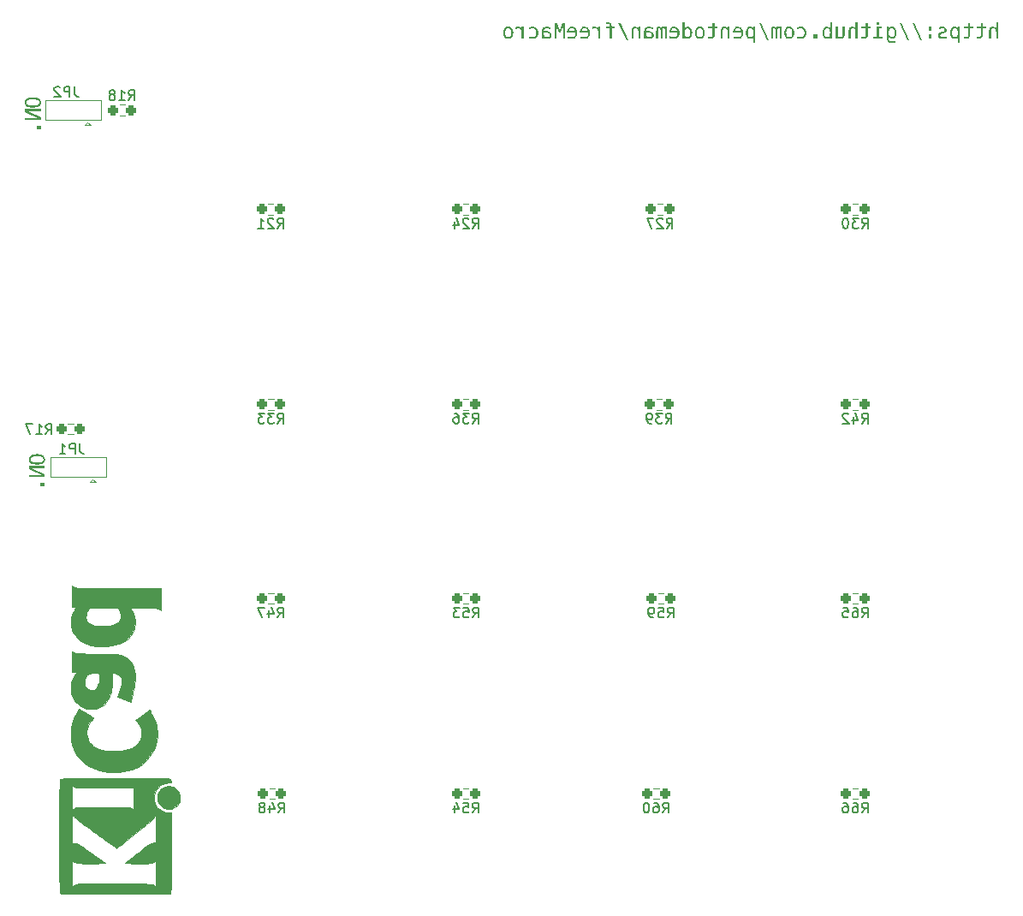
<source format=gbo>
G04 #@! TF.GenerationSoftware,KiCad,Pcbnew,9.0.0*
G04 #@! TF.CreationDate,2025-03-25T02:12:26-05:00*
G04 #@! TF.ProjectId,freeMacro_rev_1,66726565-4d61-4637-926f-5f7265765f31,rev?*
G04 #@! TF.SameCoordinates,Original*
G04 #@! TF.FileFunction,Legend,Bot*
G04 #@! TF.FilePolarity,Positive*
%FSLAX46Y46*%
G04 Gerber Fmt 4.6, Leading zero omitted, Abs format (unit mm)*
G04 Created by KiCad (PCBNEW 9.0.0) date 2025-03-25 02:12:26*
%MOMM*%
%LPD*%
G01*
G04 APERTURE LIST*
G04 Aperture macros list*
%AMRoundRect*
0 Rectangle with rounded corners*
0 $1 Rounding radius*
0 $2 $3 $4 $5 $6 $7 $8 $9 X,Y pos of 4 corners*
0 Add a 4 corners polygon primitive as box body*
4,1,4,$2,$3,$4,$5,$6,$7,$8,$9,$2,$3,0*
0 Add four circle primitives for the rounded corners*
1,1,$1+$1,$2,$3*
1,1,$1+$1,$4,$5*
1,1,$1+$1,$6,$7*
1,1,$1+$1,$8,$9*
0 Add four rect primitives between the rounded corners*
20,1,$1+$1,$2,$3,$4,$5,0*
20,1,$1+$1,$4,$5,$6,$7,0*
20,1,$1+$1,$6,$7,$8,$9,0*
20,1,$1+$1,$8,$9,$2,$3,0*%
%AMFreePoly0*
4,1,6,1.000000,0.000000,0.500000,-0.750000,-0.500000,-0.750000,-0.500000,0.750000,0.500000,0.750000,1.000000,0.000000,1.000000,0.000000,$1*%
G04 Aperture macros list end*
%ADD10C,0.100000*%
%ADD11C,0.150000*%
%ADD12C,0.120000*%
%ADD13C,0.010000*%
%ADD14C,4.000000*%
%ADD15C,2.200000*%
%ADD16R,1.800000X1.800000*%
%ADD17C,1.800000*%
%ADD18R,1.600000X1.600000*%
%ADD19O,1.600000X1.600000*%
%ADD20RoundRect,0.237500X-0.250000X-0.237500X0.250000X-0.237500X0.250000X0.237500X-0.250000X0.237500X0*%
%ADD21R,1.500000X1.500000*%
%ADD22FreePoly0,180.000000*%
%ADD23FreePoly0,0.000000*%
%ADD24RoundRect,0.237500X0.250000X0.237500X-0.250000X0.237500X-0.250000X-0.237500X0.250000X-0.237500X0*%
G04 APERTURE END LIST*
D10*
G36*
X165039072Y-57199886D02*
G01*
X165039072Y-57911000D01*
X165228665Y-57911000D01*
X165228665Y-57199886D01*
X165235952Y-57097560D01*
X165255041Y-57024089D01*
X165282979Y-56972466D01*
X165324229Y-56933163D01*
X165379387Y-56908604D01*
X165453063Y-56899651D01*
X165517466Y-56905948D01*
X165571561Y-56923824D01*
X165617448Y-56952731D01*
X165656487Y-56993440D01*
X165693916Y-57059719D01*
X165718534Y-57147358D01*
X165727653Y-57262352D01*
X165727653Y-57911000D01*
X165916148Y-57911000D01*
X165916148Y-56316582D01*
X165727653Y-56316582D01*
X165727653Y-56935463D01*
X165689389Y-56874110D01*
X165644095Y-56824906D01*
X165591366Y-56786444D01*
X165532044Y-56758818D01*
X165464635Y-56741685D01*
X165387484Y-56735703D01*
X165301399Y-56743690D01*
X165231029Y-56766058D01*
X165173184Y-56801649D01*
X165125717Y-56851016D01*
X165090737Y-56909659D01*
X165063603Y-56984768D01*
X165045658Y-57080055D01*
X165039072Y-57199886D01*
G37*
G36*
X164223636Y-56437482D02*
G01*
X164223636Y-56763363D01*
X163795265Y-56763363D01*
X163795265Y-56909909D01*
X164223636Y-56909909D01*
X164223636Y-57532912D01*
X164216993Y-57616662D01*
X164199975Y-57673227D01*
X164175460Y-57710140D01*
X164139699Y-57735939D01*
X164085934Y-57753532D01*
X164007390Y-57760332D01*
X163795265Y-57760332D01*
X163795265Y-57911000D01*
X164025891Y-57911000D01*
X164134972Y-57904317D01*
X164217723Y-57886447D01*
X164279595Y-57859898D01*
X164325028Y-57826003D01*
X164359915Y-57781323D01*
X164387091Y-57720625D01*
X164405323Y-57639605D01*
X164412131Y-57532912D01*
X164412131Y-56909909D01*
X164718503Y-56909909D01*
X164718503Y-56763363D01*
X164412131Y-56763363D01*
X164412131Y-56437482D01*
X164223636Y-56437482D01*
G37*
G36*
X162960412Y-56437482D02*
G01*
X162960412Y-56763363D01*
X162532041Y-56763363D01*
X162532041Y-56909909D01*
X162960412Y-56909909D01*
X162960412Y-57532912D01*
X162953769Y-57616662D01*
X162936751Y-57673227D01*
X162912236Y-57710140D01*
X162876475Y-57735939D01*
X162822710Y-57753532D01*
X162744166Y-57760332D01*
X162532041Y-57760332D01*
X162532041Y-57911000D01*
X162762667Y-57911000D01*
X162871748Y-57904317D01*
X162954499Y-57886447D01*
X163016371Y-57859898D01*
X163061804Y-57826003D01*
X163096691Y-57781323D01*
X163123867Y-57720625D01*
X163142099Y-57639605D01*
X163148907Y-57532912D01*
X163148907Y-56909909D01*
X163455279Y-56909909D01*
X163455279Y-56763363D01*
X163148907Y-56763363D01*
X163148907Y-56437482D01*
X162960412Y-56437482D01*
G37*
G36*
X161702806Y-56740894D02*
G01*
X161762665Y-56755897D01*
X161816532Y-56780308D01*
X161864883Y-56814112D01*
X161906598Y-56856963D01*
X161942103Y-56909909D01*
X161942103Y-56763363D01*
X162131605Y-56763363D01*
X162131605Y-58347523D01*
X161942103Y-58347523D01*
X161942103Y-57766560D01*
X161907799Y-57819393D01*
X161866804Y-57862245D01*
X161818638Y-57896162D01*
X161764751Y-57920452D01*
X161704225Y-57935458D01*
X161635731Y-57940675D01*
X161535716Y-57930279D01*
X161449880Y-57900423D01*
X161375209Y-57851428D01*
X161309850Y-57781398D01*
X161260526Y-57699821D01*
X161223392Y-57601659D01*
X161199523Y-57483747D01*
X161190965Y-57342311D01*
X161191210Y-57338189D01*
X161388710Y-57338189D01*
X161397912Y-57483771D01*
X161422235Y-57591272D01*
X161457953Y-57669199D01*
X161497125Y-57718436D01*
X161543369Y-57752653D01*
X161597993Y-57773527D01*
X161663391Y-57780849D01*
X161729263Y-57773480D01*
X161784489Y-57752441D01*
X161831433Y-57717909D01*
X161871395Y-57668192D01*
X161908000Y-57589542D01*
X161932773Y-57482236D01*
X161942103Y-57338189D01*
X161932747Y-57193433D01*
X161907952Y-57086045D01*
X161871395Y-57007728D01*
X161831461Y-56958240D01*
X161784530Y-56923844D01*
X161729294Y-56902876D01*
X161663391Y-56895529D01*
X161598000Y-56902855D01*
X161543377Y-56923743D01*
X161497131Y-56957988D01*
X161457953Y-57007270D01*
X161422238Y-57085140D01*
X161397914Y-57192605D01*
X161388710Y-57338189D01*
X161191210Y-57338189D01*
X161199533Y-57198049D01*
X161223382Y-57078195D01*
X161260388Y-56978823D01*
X161309392Y-56896628D01*
X161374590Y-56825858D01*
X161449262Y-56776371D01*
X161535283Y-56746211D01*
X161635731Y-56735703D01*
X161702806Y-56740894D01*
G37*
G36*
X160066135Y-56803297D02*
G01*
X160066135Y-56987762D01*
X160148217Y-56946095D01*
X160228984Y-56917053D01*
X160311759Y-56899396D01*
X160396046Y-56893514D01*
X160481007Y-56899064D01*
X160542913Y-56913659D01*
X160587105Y-56935005D01*
X160621770Y-56967055D01*
X160642676Y-57008245D01*
X160650119Y-57061584D01*
X160644350Y-57110616D01*
X160628460Y-57147922D01*
X160603042Y-57176348D01*
X160567544Y-57196545D01*
X160495681Y-57221115D01*
X160368385Y-57250078D01*
X160292548Y-57264458D01*
X160202411Y-57289727D01*
X160132855Y-57325548D01*
X160079965Y-57371070D01*
X160040611Y-57428101D01*
X160016296Y-57496386D01*
X160007700Y-57578982D01*
X160015751Y-57661819D01*
X160038713Y-57732216D01*
X160075991Y-57792685D01*
X160128600Y-57844871D01*
X160190811Y-57884702D01*
X160265808Y-57914598D01*
X160356083Y-57933792D01*
X160464647Y-57940675D01*
X160550545Y-57936310D01*
X160642975Y-57922723D01*
X160737572Y-57901013D01*
X160844842Y-57868959D01*
X160844842Y-57674328D01*
X160739398Y-57722758D01*
X160642975Y-57755844D01*
X160547469Y-57776434D01*
X160460617Y-57782955D01*
X160378565Y-57776492D01*
X160315369Y-57758967D01*
X160266994Y-57732214D01*
X160228934Y-57694032D01*
X160206242Y-57647603D01*
X160198301Y-57590248D01*
X160206143Y-57546414D01*
X160230012Y-57507245D01*
X160273449Y-57470966D01*
X160343395Y-57437621D01*
X160449352Y-57408897D01*
X160457503Y-57406882D01*
X160528212Y-57392502D01*
X160634305Y-57363910D01*
X160711469Y-57327719D01*
X160765982Y-57285433D01*
X160806512Y-57230987D01*
X160831718Y-57163728D01*
X160840720Y-57079994D01*
X160833162Y-56999254D01*
X160811750Y-56931477D01*
X160777285Y-56874093D01*
X160729071Y-56825371D01*
X160671593Y-56788330D01*
X160601170Y-56760335D01*
X160515172Y-56742234D01*
X160410426Y-56735703D01*
X160319332Y-56740003D01*
X160233197Y-56752647D01*
X160149107Y-56773670D01*
X160066135Y-56803297D01*
G37*
G36*
X159360334Y-56764371D02*
G01*
X159040590Y-56764371D01*
X159040590Y-57134307D01*
X159360334Y-57134307D01*
X159360334Y-56764371D01*
G37*
G36*
X159360334Y-57538041D02*
G01*
X159040590Y-57538041D01*
X159040590Y-57911000D01*
X159360334Y-57911000D01*
X159360334Y-57538041D01*
G37*
G36*
X157625691Y-56381154D02*
G01*
X157431060Y-56381154D01*
X158236420Y-58105722D01*
X158432150Y-58105722D01*
X157625691Y-56381154D01*
G37*
G36*
X156362467Y-56381154D02*
G01*
X156167836Y-56381154D01*
X156973196Y-58105722D01*
X157168926Y-58105722D01*
X156362467Y-56381154D01*
G37*
G36*
X155540172Y-56746046D02*
G01*
X155624171Y-56775944D01*
X155698318Y-56825398D01*
X155764285Y-56896628D01*
X155814421Y-56979105D01*
X155851839Y-57076563D01*
X155875687Y-57191742D01*
X155884178Y-57327931D01*
X155875700Y-57463611D01*
X155851871Y-57578510D01*
X155814455Y-57675876D01*
X155764285Y-57758409D01*
X155698323Y-57829593D01*
X155624178Y-57879021D01*
X155540177Y-57908905D01*
X155443534Y-57919243D01*
X155370371Y-57913604D01*
X155307815Y-57897611D01*
X155254032Y-57872073D01*
X155206734Y-57836127D01*
X155165808Y-57788904D01*
X155131025Y-57728642D01*
X155131025Y-57856686D01*
X155131025Y-57864929D01*
X155140317Y-57983645D01*
X155164714Y-58068628D01*
X155200726Y-58128254D01*
X155238250Y-58162802D01*
X155286101Y-58188537D01*
X155346655Y-58205176D01*
X155423109Y-58211235D01*
X155492968Y-58205910D01*
X155573684Y-58188704D01*
X155657059Y-58161231D01*
X155756042Y-58119003D01*
X155756042Y-58305482D01*
X155670675Y-58329914D01*
X155586049Y-58347523D01*
X155501712Y-58358400D01*
X155423109Y-58361902D01*
X155305233Y-58352465D01*
X155208674Y-58326157D01*
X155129409Y-58284820D01*
X155064438Y-58228637D01*
X155013938Y-58159248D01*
X154975954Y-58073361D01*
X154951408Y-57967464D01*
X154942530Y-57837177D01*
X154942530Y-57327931D01*
X155131025Y-57327931D01*
X155140099Y-57467844D01*
X155164284Y-57572961D01*
X155200176Y-57650789D01*
X155239352Y-57700414D01*
X155284700Y-57734595D01*
X155337355Y-57755250D01*
X155399478Y-57762439D01*
X155466580Y-57755137D01*
X155523006Y-57734295D01*
X155571085Y-57700170D01*
X155612153Y-57651247D01*
X155650248Y-57573431D01*
X155675833Y-57468222D01*
X155685426Y-57327931D01*
X155675874Y-57187582D01*
X155650455Y-57082799D01*
X155612702Y-57005713D01*
X155571911Y-56957239D01*
X155524174Y-56923420D01*
X155468167Y-56902765D01*
X155401585Y-56895529D01*
X155338240Y-56902693D01*
X155284877Y-56923200D01*
X155239260Y-56956961D01*
X155200176Y-57005713D01*
X155164373Y-57082518D01*
X155140148Y-57187294D01*
X155131025Y-57327931D01*
X154942530Y-57327931D01*
X154942530Y-56767485D01*
X155131025Y-56767485D01*
X155131025Y-56916046D01*
X155167485Y-56858393D01*
X155209078Y-56813524D01*
X155256047Y-56779758D01*
X155308981Y-56755974D01*
X155370873Y-56740999D01*
X155443534Y-56735703D01*
X155540172Y-56746046D01*
G37*
G36*
X154423209Y-56767485D02*
G01*
X153940524Y-56767485D01*
X153940524Y-57764454D01*
X153566558Y-57764454D01*
X153566558Y-57911000D01*
X154503076Y-57911000D01*
X154503076Y-57764454D01*
X154129110Y-57764454D01*
X154129110Y-56914031D01*
X154423209Y-56914031D01*
X154423209Y-56767485D01*
G37*
G36*
X154129110Y-56321711D02*
G01*
X153940524Y-56321711D01*
X153940524Y-56559482D01*
X154129110Y-56559482D01*
X154129110Y-56321711D01*
G37*
G36*
X152854620Y-56437482D02*
G01*
X152854620Y-56763363D01*
X152426249Y-56763363D01*
X152426249Y-56909909D01*
X152854620Y-56909909D01*
X152854620Y-57532912D01*
X152847977Y-57616662D01*
X152830959Y-57673227D01*
X152806443Y-57710140D01*
X152770683Y-57735939D01*
X152716918Y-57753532D01*
X152638374Y-57760332D01*
X152426249Y-57760332D01*
X152426249Y-57911000D01*
X152656875Y-57911000D01*
X152765956Y-57904317D01*
X152848707Y-57886447D01*
X152910579Y-57859898D01*
X152956012Y-57826003D01*
X152990899Y-57781323D01*
X153018075Y-57720625D01*
X153036307Y-57639605D01*
X153043115Y-57532912D01*
X153043115Y-56909909D01*
X153349487Y-56909909D01*
X153349487Y-56763363D01*
X153043115Y-56763363D01*
X153043115Y-56437482D01*
X152854620Y-56437482D01*
G37*
G36*
X151143608Y-57199886D02*
G01*
X151143608Y-57911000D01*
X151333201Y-57911000D01*
X151333201Y-57199886D01*
X151340488Y-57097560D01*
X151359577Y-57024089D01*
X151387515Y-56972466D01*
X151428765Y-56933163D01*
X151483923Y-56908604D01*
X151557599Y-56899651D01*
X151622002Y-56905948D01*
X151676097Y-56923824D01*
X151721984Y-56952731D01*
X151761023Y-56993440D01*
X151798452Y-57059719D01*
X151823070Y-57147358D01*
X151832189Y-57262352D01*
X151832189Y-57911000D01*
X152020684Y-57911000D01*
X152020684Y-56316582D01*
X151832189Y-56316582D01*
X151832189Y-56935463D01*
X151793925Y-56874110D01*
X151748631Y-56824906D01*
X151695902Y-56786444D01*
X151636580Y-56758818D01*
X151569171Y-56741685D01*
X151492020Y-56735703D01*
X151405935Y-56743690D01*
X151335565Y-56766058D01*
X151277720Y-56801649D01*
X151230253Y-56851016D01*
X151195273Y-56909659D01*
X151168139Y-56984768D01*
X151150193Y-57080055D01*
X151143608Y-57199886D01*
G37*
G36*
X150757460Y-57476491D02*
G01*
X150757460Y-56765378D01*
X150568965Y-56765378D01*
X150568965Y-57476491D01*
X150561622Y-57578840D01*
X150542380Y-57652341D01*
X150514194Y-57704004D01*
X150472599Y-57743332D01*
X150417528Y-57767828D01*
X150344567Y-57776727D01*
X150279561Y-57770405D01*
X150225235Y-57752499D01*
X150179414Y-57723617D01*
X150140685Y-57683029D01*
X150103508Y-57616730D01*
X150079042Y-57529058D01*
X150069977Y-57414026D01*
X150069977Y-56765378D01*
X149880384Y-56765378D01*
X149880384Y-57911000D01*
X150069977Y-57911000D01*
X150069977Y-57738808D01*
X150108310Y-57800866D01*
X150153758Y-57850608D01*
X150206723Y-57889476D01*
X150266340Y-57917441D01*
X150333303Y-57934684D01*
X150409139Y-57940675D01*
X150495786Y-57932668D01*
X150566388Y-57910278D01*
X150624210Y-57874713D01*
X150671456Y-57825453D01*
X150706160Y-57766811D01*
X150733096Y-57691685D01*
X150750918Y-57596366D01*
X150757460Y-57476491D01*
G37*
G36*
X149496342Y-57911000D02*
G01*
X149307756Y-57911000D01*
X149307756Y-57766560D01*
X149272315Y-57819451D01*
X149230631Y-57862306D01*
X149182277Y-57896162D01*
X149128414Y-57920518D01*
X149068526Y-57935492D01*
X149001384Y-57940675D01*
X148900968Y-57930159D01*
X148814767Y-57899944D01*
X148739741Y-57850316D01*
X148674038Y-57779292D01*
X148624534Y-57696751D01*
X148587221Y-57597292D01*
X148563216Y-57477680D01*
X148554850Y-57338189D01*
X148753447Y-57338189D01*
X148762705Y-57483735D01*
X148787182Y-57591236D01*
X148823148Y-57669199D01*
X148862534Y-57718447D01*
X148908933Y-57752668D01*
X148963646Y-57773534D01*
X149029045Y-57780849D01*
X149094916Y-57773480D01*
X149150142Y-57752441D01*
X149197086Y-57717909D01*
X149237048Y-57668192D01*
X149273654Y-57589542D01*
X149298426Y-57482236D01*
X149307756Y-57338189D01*
X149298400Y-57193433D01*
X149273605Y-57086045D01*
X149237048Y-57007728D01*
X149197115Y-56958240D01*
X149150183Y-56923844D01*
X149094948Y-56902876D01*
X149029045Y-56895529D01*
X148963652Y-56902848D01*
X148908941Y-56923729D01*
X148862540Y-56957977D01*
X148823148Y-57007270D01*
X148787185Y-57085176D01*
X148762707Y-57192642D01*
X148753447Y-57338189D01*
X148554850Y-57338189D01*
X148554603Y-57334067D01*
X148563163Y-57192627D01*
X148587033Y-57074733D01*
X148624167Y-56976604D01*
X148673488Y-56895071D01*
X148738853Y-56824996D01*
X148813526Y-56775974D01*
X148899360Y-56746103D01*
X148999369Y-56735703D01*
X149067843Y-56740962D01*
X149128722Y-56756132D01*
X149183284Y-56780766D01*
X149232210Y-56814974D01*
X149273517Y-56857712D01*
X149307756Y-56909909D01*
X149307756Y-56316582D01*
X149496342Y-56316582D01*
X149496342Y-57911000D01*
G37*
G36*
X148032259Y-57497008D02*
G01*
X147671573Y-57497008D01*
X147671573Y-57911000D01*
X148032259Y-57911000D01*
X148032259Y-57497008D01*
G37*
G36*
X146080453Y-57852564D02*
G01*
X146157914Y-57891303D01*
X146236708Y-57918602D01*
X146317960Y-57935146D01*
X146401205Y-57940675D01*
X146508328Y-57933573D01*
X146601639Y-57913336D01*
X146683231Y-57881038D01*
X146754822Y-57837016D01*
X146817670Y-57780849D01*
X146881061Y-57697078D01*
X146927725Y-57597585D01*
X146957273Y-57479280D01*
X146967788Y-57338189D01*
X146957273Y-57197098D01*
X146927725Y-57078793D01*
X146881061Y-56979300D01*
X146817670Y-56895529D01*
X146754822Y-56839362D01*
X146683231Y-56795340D01*
X146601639Y-56763042D01*
X146508328Y-56742804D01*
X146401205Y-56735703D01*
X146319109Y-56741103D01*
X146239364Y-56757227D01*
X146161293Y-56784162D01*
X146080453Y-56823814D01*
X146080453Y-57021559D01*
X146157437Y-56962899D01*
X146230571Y-56925296D01*
X146309132Y-56903278D01*
X146401205Y-56895529D01*
X146488317Y-56903381D01*
X146561060Y-56925543D01*
X146622235Y-56961014D01*
X146673780Y-57010293D01*
X146713217Y-57069527D01*
X146742937Y-57142020D01*
X146762120Y-57230476D01*
X146769035Y-57338189D01*
X146762106Y-57445282D01*
X146742855Y-57533509D01*
X146712969Y-57606081D01*
X146673231Y-57665627D01*
X146621435Y-57715188D01*
X146560232Y-57750794D01*
X146487733Y-57772996D01*
X146401205Y-57780849D01*
X146306165Y-57772980D01*
X146224984Y-57750624D01*
X146150733Y-57712616D01*
X146080453Y-57656834D01*
X146080453Y-57852564D01*
G37*
G36*
X145390554Y-56746329D02*
G01*
X145488085Y-56776264D01*
X145569663Y-56824095D01*
X145637977Y-56890492D01*
X145689879Y-56970117D01*
X145729231Y-57068532D01*
X145754765Y-57189647D01*
X145764006Y-57338189D01*
X145754745Y-57487364D01*
X145729180Y-57608741D01*
X145689826Y-57707134D01*
X145637977Y-57786527D01*
X145569705Y-57852618D01*
X145488144Y-57900257D01*
X145390598Y-57930084D01*
X145273170Y-57940675D01*
X145155243Y-57930069D01*
X145057405Y-57900216D01*
X144975715Y-57852573D01*
X144907447Y-57786527D01*
X144855557Y-57707128D01*
X144816174Y-57608733D01*
X144790593Y-57487358D01*
X144781326Y-57338189D01*
X144981177Y-57338189D01*
X144990908Y-57482693D01*
X145016746Y-57590088D01*
X145055000Y-57668650D01*
X145096339Y-57717787D01*
X145145329Y-57752240D01*
X145203436Y-57773401D01*
X145273170Y-57780849D01*
X145342412Y-57773421D01*
X145400243Y-57752292D01*
X145449133Y-57717843D01*
X145490515Y-57668650D01*
X145528720Y-57590095D01*
X145554526Y-57482700D01*
X145564246Y-57338189D01*
X145554499Y-57192969D01*
X145528670Y-57085493D01*
X145490515Y-57007270D01*
X145449162Y-56958305D01*
X145400285Y-56923991D01*
X145342443Y-56902934D01*
X145273170Y-56895529D01*
X145203404Y-56902954D01*
X145145287Y-56924042D01*
X145096310Y-56958360D01*
X145055000Y-57007270D01*
X145016795Y-57085501D01*
X144990935Y-57192977D01*
X144981177Y-57338189D01*
X144781326Y-57338189D01*
X144790602Y-57189686D01*
X144816237Y-57068583D01*
X144855757Y-56970154D01*
X144907905Y-56890492D01*
X144976478Y-56824073D01*
X145058234Y-56776240D01*
X145155843Y-56746319D01*
X145273170Y-56735703D01*
X145390554Y-56746329D01*
G37*
G36*
X143948488Y-56880142D02*
G01*
X143907604Y-56814369D01*
X143859920Y-56771057D01*
X143801899Y-56744908D01*
X143730227Y-56735703D01*
X143663434Y-56743031D01*
X143610499Y-56763460D01*
X143568276Y-56796241D01*
X143535046Y-56842773D01*
X143507482Y-56918227D01*
X143486642Y-57045535D01*
X143478168Y-57245957D01*
X143478168Y-57911000D01*
X143650359Y-57911000D01*
X143650359Y-57254200D01*
X143654855Y-57087118D01*
X143665217Y-56995676D01*
X143677562Y-56952407D01*
X143700425Y-56919846D01*
X143732334Y-56900481D01*
X143776389Y-56893514D01*
X143827103Y-56901121D01*
X143863231Y-56922006D01*
X143888588Y-56956529D01*
X143902534Y-57002222D01*
X143913940Y-57093436D01*
X143918813Y-57254200D01*
X143918813Y-57911000D01*
X144090912Y-57911000D01*
X144090912Y-57254200D01*
X144095779Y-57084884D01*
X144106931Y-56993411D01*
X144120130Y-56950942D01*
X144144245Y-56919506D01*
X144178120Y-56900445D01*
X144225185Y-56893514D01*
X144271064Y-56900896D01*
X144304718Y-56921551D01*
X144329232Y-56956529D01*
X144342663Y-57002183D01*
X144353660Y-57093401D01*
X144358358Y-57254200D01*
X144358358Y-57911000D01*
X144529542Y-57911000D01*
X144529542Y-56763363D01*
X144358358Y-56763363D01*
X144358358Y-56861732D01*
X144319510Y-56806680D01*
X144273820Y-56768035D01*
X144220139Y-56743926D01*
X144158598Y-56735703D01*
X144085448Y-56745173D01*
X144028905Y-56771607D01*
X143984040Y-56815156D01*
X143948488Y-56880142D01*
G37*
G36*
X142467003Y-56381154D02*
G01*
X142272372Y-56381154D01*
X143077732Y-58105722D01*
X143273462Y-58105722D01*
X142467003Y-56381154D01*
G37*
G36*
X141491222Y-56740894D02*
G01*
X141551081Y-56755897D01*
X141604948Y-56780308D01*
X141653299Y-56814112D01*
X141695014Y-56856963D01*
X141730519Y-56909909D01*
X141730519Y-56763363D01*
X141920021Y-56763363D01*
X141920021Y-58347523D01*
X141730519Y-58347523D01*
X141730519Y-57766560D01*
X141696215Y-57819393D01*
X141655220Y-57862245D01*
X141607054Y-57896162D01*
X141553167Y-57920452D01*
X141492641Y-57935458D01*
X141424147Y-57940675D01*
X141324132Y-57930279D01*
X141238296Y-57900423D01*
X141163625Y-57851428D01*
X141098266Y-57781398D01*
X141048942Y-57699821D01*
X141011808Y-57601659D01*
X140987939Y-57483747D01*
X140979381Y-57342311D01*
X140979626Y-57338189D01*
X141177126Y-57338189D01*
X141186328Y-57483771D01*
X141210651Y-57591272D01*
X141246368Y-57669199D01*
X141285541Y-57718436D01*
X141331785Y-57752653D01*
X141386409Y-57773527D01*
X141451807Y-57780849D01*
X141517679Y-57773480D01*
X141572905Y-57752441D01*
X141619849Y-57717909D01*
X141659811Y-57668192D01*
X141696416Y-57589542D01*
X141721189Y-57482236D01*
X141730519Y-57338189D01*
X141721162Y-57193433D01*
X141696368Y-57086045D01*
X141659811Y-57007728D01*
X141619877Y-56958240D01*
X141572946Y-56923844D01*
X141517710Y-56902876D01*
X141451807Y-56895529D01*
X141386416Y-56902855D01*
X141331793Y-56923743D01*
X141285547Y-56957988D01*
X141246368Y-57007270D01*
X141210654Y-57085140D01*
X141186330Y-57192605D01*
X141177126Y-57338189D01*
X140979626Y-57338189D01*
X140987948Y-57198049D01*
X141011798Y-57078195D01*
X141048804Y-56978823D01*
X141097808Y-56896628D01*
X141163006Y-56825858D01*
X141237678Y-56776371D01*
X141323699Y-56746211D01*
X141424147Y-56735703D01*
X141491222Y-56740894D01*
G37*
G36*
X140304846Y-56746623D02*
G01*
X140408587Y-56777865D01*
X140498876Y-56828542D01*
X140577937Y-56899651D01*
X140640615Y-56985318D01*
X140686480Y-57085063D01*
X140715306Y-57201548D01*
X140725490Y-57338189D01*
X140714971Y-57478683D01*
X140685376Y-57596759D01*
X140638576Y-57696318D01*
X140574914Y-57780391D01*
X140511846Y-57836708D01*
X140439987Y-57880856D01*
X140358074Y-57913250D01*
X140264380Y-57933551D01*
X140156801Y-57940675D01*
X140062999Y-57935283D01*
X139963636Y-57918602D01*
X139863498Y-57891638D01*
X139756182Y-57852564D01*
X139756182Y-57665077D01*
X139867361Y-57717248D01*
X139966200Y-57752181D01*
X140064010Y-57773908D01*
X140154695Y-57780849D01*
X140243203Y-57773719D01*
X140317071Y-57753679D01*
X140378980Y-57721918D01*
X140430933Y-57678450D01*
X140469925Y-57625024D01*
X140499065Y-57554242D01*
X140516896Y-57461549D01*
X140520509Y-57341303D01*
X140520509Y-57335166D01*
X139703883Y-57335166D01*
X139703883Y-57242934D01*
X139710246Y-57187613D01*
X139892378Y-57187613D01*
X140513365Y-57188621D01*
X140499367Y-57116942D01*
X140467897Y-57049843D01*
X140417103Y-56985747D01*
X140353469Y-56935921D01*
X140279667Y-56905942D01*
X140192613Y-56895529D01*
X140103675Y-56905985D01*
X140033987Y-56935122D01*
X139979023Y-56982174D01*
X139936541Y-57043181D01*
X139907746Y-57111148D01*
X139892378Y-57187613D01*
X139710246Y-57187613D01*
X139715759Y-57139689D01*
X139742278Y-57046526D01*
X139783073Y-56961805D01*
X139838614Y-56884264D01*
X139906883Y-56819875D01*
X139985720Y-56773990D01*
X140077222Y-56745644D01*
X140184462Y-56735703D01*
X140304846Y-56746623D01*
G37*
G36*
X138511368Y-57199886D02*
G01*
X138511368Y-57911000D01*
X138700961Y-57911000D01*
X138700961Y-57199886D01*
X138708248Y-57097560D01*
X138727337Y-57024089D01*
X138755275Y-56972466D01*
X138796525Y-56933163D01*
X138851683Y-56908604D01*
X138925359Y-56899651D01*
X138989762Y-56905948D01*
X139043857Y-56923824D01*
X139089744Y-56952731D01*
X139128783Y-56993440D01*
X139166212Y-57059719D01*
X139190830Y-57147358D01*
X139199949Y-57262352D01*
X139199949Y-57911000D01*
X139388444Y-57911000D01*
X139388444Y-56763363D01*
X139199949Y-56763363D01*
X139199949Y-56935463D01*
X139161685Y-56874110D01*
X139116391Y-56824906D01*
X139063662Y-56786444D01*
X139004340Y-56758818D01*
X138936931Y-56741685D01*
X138859780Y-56735703D01*
X138773695Y-56743690D01*
X138703325Y-56766058D01*
X138645480Y-56801649D01*
X138598013Y-56851016D01*
X138563033Y-56909659D01*
X138535899Y-56984768D01*
X138517953Y-57080055D01*
X138511368Y-57199886D01*
G37*
G36*
X137695932Y-56437482D02*
G01*
X137695932Y-56763363D01*
X137267561Y-56763363D01*
X137267561Y-56909909D01*
X137695932Y-56909909D01*
X137695932Y-57532912D01*
X137689289Y-57616662D01*
X137672271Y-57673227D01*
X137647755Y-57710140D01*
X137611995Y-57735939D01*
X137558230Y-57753532D01*
X137479686Y-57760332D01*
X137267561Y-57760332D01*
X137267561Y-57911000D01*
X137498187Y-57911000D01*
X137607267Y-57904317D01*
X137690019Y-57886447D01*
X137751891Y-57859898D01*
X137797324Y-57826003D01*
X137832211Y-57781323D01*
X137859387Y-57720625D01*
X137877619Y-57639605D01*
X137884427Y-57532912D01*
X137884427Y-56909909D01*
X138190799Y-56909909D01*
X138190799Y-56763363D01*
X137884427Y-56763363D01*
X137884427Y-56437482D01*
X137695932Y-56437482D01*
G37*
G36*
X136547986Y-56746329D02*
G01*
X136645517Y-56776264D01*
X136727095Y-56824095D01*
X136795409Y-56890492D01*
X136847311Y-56970117D01*
X136886663Y-57068532D01*
X136912197Y-57189647D01*
X136921438Y-57338189D01*
X136912177Y-57487364D01*
X136886612Y-57608741D01*
X136847258Y-57707134D01*
X136795409Y-57786527D01*
X136727136Y-57852618D01*
X136645576Y-57900257D01*
X136548030Y-57930084D01*
X136430602Y-57940675D01*
X136312675Y-57930069D01*
X136214837Y-57900216D01*
X136133147Y-57852573D01*
X136064879Y-57786527D01*
X136012989Y-57707128D01*
X135973606Y-57608733D01*
X135948025Y-57487358D01*
X135938758Y-57338189D01*
X136138609Y-57338189D01*
X136148340Y-57482693D01*
X136174178Y-57590088D01*
X136212432Y-57668650D01*
X136253771Y-57717787D01*
X136302761Y-57752240D01*
X136360868Y-57773401D01*
X136430602Y-57780849D01*
X136499844Y-57773421D01*
X136557675Y-57752292D01*
X136606565Y-57717843D01*
X136647947Y-57668650D01*
X136686152Y-57590095D01*
X136711958Y-57482700D01*
X136721678Y-57338189D01*
X136711931Y-57192969D01*
X136686102Y-57085493D01*
X136647947Y-57007270D01*
X136606594Y-56958305D01*
X136557717Y-56923991D01*
X136499875Y-56902934D01*
X136430602Y-56895529D01*
X136360836Y-56902954D01*
X136302719Y-56924042D01*
X136253742Y-56958360D01*
X136212432Y-57007270D01*
X136174227Y-57085501D01*
X136148367Y-57192977D01*
X136138609Y-57338189D01*
X135938758Y-57338189D01*
X135948034Y-57189686D01*
X135973669Y-57068583D01*
X136013189Y-56970154D01*
X136065337Y-56890492D01*
X136133909Y-56824073D01*
X136215666Y-56776240D01*
X136313275Y-56746319D01*
X136430602Y-56735703D01*
X136547986Y-56746329D01*
G37*
G36*
X134919441Y-56909909D02*
G01*
X134953735Y-56857075D01*
X134994904Y-56814219D01*
X135043455Y-56780308D01*
X135097628Y-56755918D01*
X135157996Y-56740905D01*
X135225813Y-56735703D01*
X135325819Y-56746088D01*
X135411843Y-56775941D01*
X135486860Y-56824967D01*
X135552701Y-56895071D01*
X135602472Y-56976669D01*
X135639914Y-57074821D01*
X135663970Y-57192693D01*
X135672594Y-57334067D01*
X135663987Y-57477686D01*
X135639998Y-57597300D01*
X135602714Y-57696757D01*
X135553251Y-57779292D01*
X135487504Y-57850318D01*
X135412447Y-57899947D01*
X135326229Y-57930160D01*
X135225813Y-57940675D01*
X135158672Y-57935490D01*
X135098816Y-57920515D01*
X135045012Y-57896162D01*
X134996651Y-57862309D01*
X134954936Y-57819454D01*
X134919441Y-57766560D01*
X134919441Y-57911000D01*
X134730946Y-57911000D01*
X134730946Y-57338189D01*
X134919441Y-57338189D01*
X134928837Y-57482192D01*
X134953794Y-57589499D01*
X134990699Y-57668192D01*
X135030875Y-57717983D01*
X135077827Y-57752511D01*
X135132818Y-57773508D01*
X135198152Y-57780849D01*
X135263552Y-57773535D01*
X135318282Y-57752670D01*
X135364711Y-57718449D01*
X135404141Y-57669199D01*
X135440106Y-57591236D01*
X135464583Y-57483735D01*
X135473841Y-57338189D01*
X135464581Y-57192642D01*
X135440103Y-57085176D01*
X135404141Y-57007270D01*
X135364706Y-56957974D01*
X135318274Y-56923726D01*
X135263545Y-56902847D01*
X135198152Y-56895529D01*
X135132787Y-56902847D01*
X135077787Y-56923773D01*
X135030847Y-56958167D01*
X134990699Y-57007728D01*
X134953842Y-57086088D01*
X134928863Y-57193477D01*
X134919441Y-57338189D01*
X134730946Y-57338189D01*
X134730946Y-56316582D01*
X134919441Y-56316582D01*
X134919441Y-56909909D01*
G37*
G36*
X133988726Y-56746623D02*
G01*
X134092467Y-56777865D01*
X134182756Y-56828542D01*
X134261817Y-56899651D01*
X134324495Y-56985318D01*
X134370360Y-57085063D01*
X134399186Y-57201548D01*
X134409370Y-57338189D01*
X134398851Y-57478683D01*
X134369256Y-57596759D01*
X134322456Y-57696318D01*
X134258794Y-57780391D01*
X134195726Y-57836708D01*
X134123867Y-57880856D01*
X134041954Y-57913250D01*
X133948260Y-57933551D01*
X133840681Y-57940675D01*
X133746879Y-57935283D01*
X133647516Y-57918602D01*
X133547378Y-57891638D01*
X133440062Y-57852564D01*
X133440062Y-57665077D01*
X133551241Y-57717248D01*
X133650080Y-57752181D01*
X133747890Y-57773908D01*
X133838575Y-57780849D01*
X133927083Y-57773719D01*
X134000951Y-57753679D01*
X134062860Y-57721918D01*
X134114813Y-57678450D01*
X134153805Y-57625024D01*
X134182945Y-57554242D01*
X134200776Y-57461549D01*
X134204389Y-57341303D01*
X134204389Y-57335166D01*
X133387763Y-57335166D01*
X133387763Y-57242934D01*
X133394126Y-57187613D01*
X133576258Y-57187613D01*
X134197245Y-57188621D01*
X134183247Y-57116942D01*
X134151777Y-57049843D01*
X134100983Y-56985747D01*
X134037349Y-56935921D01*
X133963547Y-56905942D01*
X133876493Y-56895529D01*
X133787555Y-56905985D01*
X133717867Y-56935122D01*
X133662903Y-56982174D01*
X133620421Y-57043181D01*
X133591626Y-57111148D01*
X133576258Y-57187613D01*
X133394126Y-57187613D01*
X133399639Y-57139689D01*
X133426158Y-57046526D01*
X133466953Y-56961805D01*
X133522494Y-56884264D01*
X133590763Y-56819875D01*
X133669600Y-56773990D01*
X133761102Y-56745644D01*
X133868342Y-56735703D01*
X133988726Y-56746623D01*
G37*
G36*
X132579472Y-56880142D02*
G01*
X132538588Y-56814369D01*
X132490904Y-56771057D01*
X132432883Y-56744908D01*
X132361211Y-56735703D01*
X132294418Y-56743031D01*
X132241483Y-56763460D01*
X132199259Y-56796241D01*
X132166030Y-56842773D01*
X132138465Y-56918227D01*
X132117625Y-57045535D01*
X132109152Y-57245957D01*
X132109152Y-57911000D01*
X132281343Y-57911000D01*
X132281343Y-57254200D01*
X132285839Y-57087118D01*
X132296201Y-56995676D01*
X132308546Y-56952407D01*
X132331409Y-56919846D01*
X132363318Y-56900481D01*
X132407372Y-56893514D01*
X132458087Y-56901121D01*
X132494215Y-56922006D01*
X132519572Y-56956529D01*
X132533518Y-57002222D01*
X132544924Y-57093436D01*
X132549797Y-57254200D01*
X132549797Y-57911000D01*
X132721896Y-57911000D01*
X132721896Y-57254200D01*
X132726762Y-57084884D01*
X132737915Y-56993411D01*
X132751114Y-56950942D01*
X132775229Y-56919506D01*
X132809104Y-56900445D01*
X132856169Y-56893514D01*
X132902048Y-56900896D01*
X132935702Y-56921551D01*
X132960216Y-56956529D01*
X132973647Y-57002183D01*
X132984644Y-57093401D01*
X132989342Y-57254200D01*
X132989342Y-57911000D01*
X133160526Y-57911000D01*
X133160526Y-56763363D01*
X132989342Y-56763363D01*
X132989342Y-56861732D01*
X132950493Y-56806680D01*
X132904804Y-56768035D01*
X132851123Y-56743926D01*
X132789582Y-56735703D01*
X132716432Y-56745173D01*
X132659889Y-56771607D01*
X132615024Y-56815156D01*
X132579472Y-56880142D01*
G37*
G36*
X131492960Y-56740593D02*
G01*
X131588365Y-56755670D01*
X131684610Y-56780133D01*
X131788675Y-56815662D01*
X131788675Y-57004156D01*
X131693577Y-56957019D01*
X131597066Y-56923190D01*
X131498510Y-56902347D01*
X131402344Y-56895529D01*
X131303519Y-56903747D01*
X131232777Y-56925379D01*
X131183075Y-56957536D01*
X131146782Y-57003588D01*
X131122819Y-57067971D01*
X131113374Y-57156839D01*
X131113374Y-57186514D01*
X131366440Y-57186514D01*
X131493365Y-57193918D01*
X131595913Y-57214263D01*
X131678299Y-57245368D01*
X131744070Y-57285982D01*
X131799400Y-57340260D01*
X131839087Y-57405231D01*
X131863869Y-57483057D01*
X131872664Y-57576967D01*
X131865624Y-57658601D01*
X131845556Y-57728627D01*
X131813203Y-57789193D01*
X131768158Y-57841848D01*
X131713255Y-57884005D01*
X131649544Y-57914688D01*
X131575340Y-57933901D01*
X131488439Y-57940675D01*
X131402097Y-57934809D01*
X131328502Y-57918245D01*
X131265598Y-57892040D01*
X131208972Y-57854511D01*
X131158358Y-57804687D01*
X131113374Y-57740915D01*
X131113374Y-57911000D01*
X130923780Y-57911000D01*
X130923780Y-57376108D01*
X131113374Y-57376108D01*
X131120191Y-57471950D01*
X131138271Y-57552041D01*
X131166261Y-57618977D01*
X131203591Y-57674878D01*
X131251870Y-57721822D01*
X131307649Y-57755176D01*
X131372422Y-57775745D01*
X131448414Y-57782955D01*
X131520114Y-57775913D01*
X131576780Y-57756420D01*
X131621704Y-57725619D01*
X131655620Y-57683577D01*
X131676645Y-57630984D01*
X131684169Y-57564694D01*
X131674309Y-57492549D01*
X131646568Y-57436300D01*
X131600638Y-57392045D01*
X131541878Y-57361986D01*
X131461196Y-57341709D01*
X131352152Y-57334067D01*
X131289595Y-57334067D01*
X131113374Y-57334067D01*
X131113374Y-57376108D01*
X130923780Y-57376108D01*
X130923780Y-57256215D01*
X130928602Y-57115045D01*
X130940175Y-57030351D01*
X130962857Y-56959584D01*
X130995588Y-56903773D01*
X131041285Y-56852605D01*
X131095407Y-56810750D01*
X131158986Y-56777743D01*
X131227545Y-56755214D01*
X131307996Y-56740822D01*
X131402344Y-56735703D01*
X131492960Y-56740593D01*
G37*
G36*
X129668800Y-57199886D02*
G01*
X129668800Y-57911000D01*
X129858393Y-57911000D01*
X129858393Y-57199886D01*
X129865680Y-57097560D01*
X129884769Y-57024089D01*
X129912707Y-56972466D01*
X129953956Y-56933163D01*
X130009115Y-56908604D01*
X130082791Y-56899651D01*
X130147194Y-56905948D01*
X130201289Y-56923824D01*
X130247176Y-56952731D01*
X130286215Y-56993440D01*
X130323644Y-57059719D01*
X130348262Y-57147358D01*
X130357381Y-57262352D01*
X130357381Y-57911000D01*
X130545876Y-57911000D01*
X130545876Y-56763363D01*
X130357381Y-56763363D01*
X130357381Y-56935463D01*
X130319117Y-56874110D01*
X130273823Y-56824906D01*
X130221094Y-56786444D01*
X130161772Y-56758818D01*
X130094363Y-56741685D01*
X130017212Y-56735703D01*
X129931127Y-56743690D01*
X129860757Y-56766058D01*
X129802912Y-56801649D01*
X129755445Y-56851016D01*
X129720465Y-56909659D01*
X129693331Y-56984768D01*
X129675385Y-57080055D01*
X129668800Y-57199886D01*
G37*
G36*
X128571539Y-56381154D02*
G01*
X128376908Y-56381154D01*
X129182268Y-58105722D01*
X129377998Y-58105722D01*
X128571539Y-56381154D01*
G37*
G36*
X127130078Y-56316582D02*
G01*
X127130078Y-56473386D01*
X127344218Y-56473386D01*
X127410740Y-56479060D01*
X127455688Y-56493647D01*
X127485085Y-56514877D01*
X127505142Y-56545368D01*
X127519103Y-56592263D01*
X127524561Y-56661881D01*
X127524561Y-56763363D01*
X127130078Y-56763363D01*
X127130078Y-56909909D01*
X127524561Y-56909909D01*
X127524561Y-57911000D01*
X127713056Y-57911000D01*
X127713056Y-56909909D01*
X128019428Y-56909909D01*
X128019428Y-56763363D01*
X127713056Y-56763363D01*
X127713056Y-56683404D01*
X127706598Y-56587848D01*
X127688946Y-56512119D01*
X127661974Y-56452441D01*
X127626502Y-56405792D01*
X127580837Y-56369019D01*
X127522665Y-56341260D01*
X127449108Y-56323180D01*
X127356491Y-56316582D01*
X127130078Y-56316582D01*
G37*
G36*
X125772516Y-57000035D02*
G01*
X125834618Y-56958720D01*
X125895522Y-56931433D01*
X125960023Y-56915457D01*
X126032817Y-56909909D01*
X126119695Y-56917548D01*
X126191798Y-56939033D01*
X126251987Y-56973256D01*
X126302278Y-57020551D01*
X126340804Y-57077713D01*
X126369895Y-57148122D01*
X126388717Y-57234530D01*
X126395518Y-57340296D01*
X126395518Y-57911000D01*
X126585112Y-57911000D01*
X126585112Y-56763363D01*
X126395518Y-56763363D01*
X126395518Y-56987762D01*
X126357583Y-56911350D01*
X126309421Y-56849695D01*
X126250621Y-56800824D01*
X126182698Y-56765198D01*
X126105974Y-56743310D01*
X126018438Y-56735703D01*
X125950309Y-56740162D01*
X125888378Y-56753105D01*
X125829586Y-56775198D01*
X125772516Y-56807419D01*
X125772516Y-57000035D01*
G37*
G36*
X125146158Y-56746623D02*
G01*
X125249899Y-56777865D01*
X125340188Y-56828542D01*
X125419249Y-56899651D01*
X125481927Y-56985318D01*
X125527791Y-57085063D01*
X125556618Y-57201548D01*
X125566802Y-57338189D01*
X125556283Y-57478683D01*
X125526688Y-57596759D01*
X125479888Y-57696318D01*
X125416226Y-57780391D01*
X125353158Y-57836708D01*
X125281299Y-57880856D01*
X125199386Y-57913250D01*
X125105692Y-57933551D01*
X124998113Y-57940675D01*
X124904311Y-57935283D01*
X124804948Y-57918602D01*
X124704810Y-57891638D01*
X124597494Y-57852564D01*
X124597494Y-57665077D01*
X124708673Y-57717248D01*
X124807512Y-57752181D01*
X124905322Y-57773908D01*
X124996006Y-57780849D01*
X125084514Y-57773719D01*
X125158383Y-57753679D01*
X125220292Y-57721918D01*
X125272245Y-57678450D01*
X125311237Y-57625024D01*
X125340377Y-57554242D01*
X125358208Y-57461549D01*
X125361821Y-57341303D01*
X125361821Y-57335166D01*
X124545195Y-57335166D01*
X124545195Y-57242934D01*
X124551558Y-57187613D01*
X124733690Y-57187613D01*
X125354677Y-57188621D01*
X125340679Y-57116942D01*
X125309209Y-57049843D01*
X125258415Y-56985747D01*
X125194780Y-56935921D01*
X125120979Y-56905942D01*
X125033925Y-56895529D01*
X124944987Y-56905985D01*
X124875299Y-56935122D01*
X124820335Y-56982174D01*
X124777853Y-57043181D01*
X124749058Y-57111148D01*
X124733690Y-57187613D01*
X124551558Y-57187613D01*
X124557071Y-57139689D01*
X124583590Y-57046526D01*
X124624385Y-56961805D01*
X124679926Y-56884264D01*
X124748195Y-56819875D01*
X124827032Y-56773990D01*
X124918534Y-56745644D01*
X125025774Y-56735703D01*
X125146158Y-56746623D01*
G37*
G36*
X123882934Y-56746623D02*
G01*
X123986675Y-56777865D01*
X124076964Y-56828542D01*
X124156025Y-56899651D01*
X124218703Y-56985318D01*
X124264567Y-57085063D01*
X124293394Y-57201548D01*
X124303578Y-57338189D01*
X124293059Y-57478683D01*
X124263464Y-57596759D01*
X124216664Y-57696318D01*
X124153002Y-57780391D01*
X124089934Y-57836708D01*
X124018075Y-57880856D01*
X123936162Y-57913250D01*
X123842468Y-57933551D01*
X123734889Y-57940675D01*
X123641087Y-57935283D01*
X123541724Y-57918602D01*
X123441586Y-57891638D01*
X123334270Y-57852564D01*
X123334270Y-57665077D01*
X123445449Y-57717248D01*
X123544288Y-57752181D01*
X123642098Y-57773908D01*
X123732782Y-57780849D01*
X123821290Y-57773719D01*
X123895159Y-57753679D01*
X123957068Y-57721918D01*
X124009021Y-57678450D01*
X124048013Y-57625024D01*
X124077153Y-57554242D01*
X124094984Y-57461549D01*
X124098597Y-57341303D01*
X124098597Y-57335166D01*
X123281971Y-57335166D01*
X123281971Y-57242934D01*
X123288334Y-57187613D01*
X123470466Y-57187613D01*
X124091453Y-57188621D01*
X124077455Y-57116942D01*
X124045985Y-57049843D01*
X123995191Y-56985747D01*
X123931556Y-56935921D01*
X123857755Y-56905942D01*
X123770701Y-56895529D01*
X123681763Y-56905985D01*
X123612075Y-56935122D01*
X123557111Y-56982174D01*
X123514629Y-57043181D01*
X123485834Y-57111148D01*
X123470466Y-57187613D01*
X123288334Y-57187613D01*
X123293847Y-57139689D01*
X123320366Y-57046526D01*
X123361161Y-56961805D01*
X123416702Y-56884264D01*
X123484971Y-56819875D01*
X123563808Y-56773990D01*
X123655310Y-56745644D01*
X123762550Y-56735703D01*
X123882934Y-56746623D01*
G37*
G36*
X123129472Y-56386283D02*
G01*
X122852867Y-56386283D01*
X122588444Y-57162975D01*
X122322005Y-56386283D01*
X122044393Y-56386283D01*
X122044393Y-57911000D01*
X122236001Y-57911000D01*
X122236001Y-56563512D01*
X122508576Y-57366857D01*
X122665289Y-57366857D01*
X122938871Y-56563512D01*
X122938871Y-57911000D01*
X123129472Y-57911000D01*
X123129472Y-56386283D01*
G37*
G36*
X121387167Y-56740593D02*
G01*
X121482573Y-56755670D01*
X121578818Y-56780133D01*
X121682883Y-56815662D01*
X121682883Y-57004156D01*
X121587785Y-56957019D01*
X121491274Y-56923190D01*
X121392717Y-56902347D01*
X121296552Y-56895529D01*
X121197727Y-56903747D01*
X121126985Y-56925379D01*
X121077283Y-56957536D01*
X121040990Y-57003588D01*
X121017027Y-57067971D01*
X121007582Y-57156839D01*
X121007582Y-57186514D01*
X121260648Y-57186514D01*
X121387573Y-57193918D01*
X121490121Y-57214263D01*
X121572507Y-57245368D01*
X121638278Y-57285982D01*
X121693608Y-57340260D01*
X121733295Y-57405231D01*
X121758077Y-57483057D01*
X121766872Y-57576967D01*
X121759832Y-57658601D01*
X121739764Y-57728627D01*
X121707411Y-57789193D01*
X121662366Y-57841848D01*
X121607463Y-57884005D01*
X121543752Y-57914688D01*
X121469548Y-57933901D01*
X121382647Y-57940675D01*
X121296305Y-57934809D01*
X121222710Y-57918245D01*
X121159806Y-57892040D01*
X121103180Y-57854511D01*
X121052566Y-57804687D01*
X121007582Y-57740915D01*
X121007582Y-57911000D01*
X120817988Y-57911000D01*
X120817988Y-57376108D01*
X121007582Y-57376108D01*
X121014399Y-57471950D01*
X121032479Y-57552041D01*
X121060469Y-57618977D01*
X121097799Y-57674878D01*
X121146077Y-57721822D01*
X121201857Y-57755176D01*
X121266630Y-57775745D01*
X121342622Y-57782955D01*
X121414322Y-57775913D01*
X121470988Y-57756420D01*
X121515912Y-57725619D01*
X121549828Y-57683577D01*
X121570853Y-57630984D01*
X121578377Y-57564694D01*
X121568517Y-57492549D01*
X121540776Y-57436300D01*
X121494846Y-57392045D01*
X121436086Y-57361986D01*
X121355404Y-57341709D01*
X121246360Y-57334067D01*
X121183803Y-57334067D01*
X121007582Y-57334067D01*
X121007582Y-57376108D01*
X120817988Y-57376108D01*
X120817988Y-57256215D01*
X120822810Y-57115045D01*
X120834383Y-57030351D01*
X120857065Y-56959584D01*
X120889796Y-56903773D01*
X120935493Y-56852605D01*
X120989615Y-56810750D01*
X121053194Y-56777743D01*
X121121753Y-56755214D01*
X121202204Y-56740822D01*
X121296552Y-56735703D01*
X121387167Y-56740593D01*
G37*
G36*
X119552749Y-57852564D02*
G01*
X119630210Y-57891303D01*
X119709004Y-57918602D01*
X119790255Y-57935146D01*
X119873501Y-57940675D01*
X119980624Y-57933573D01*
X120073935Y-57913336D01*
X120155527Y-57881038D01*
X120227118Y-57837016D01*
X120289966Y-57780849D01*
X120353357Y-57697078D01*
X120400021Y-57597585D01*
X120429569Y-57479280D01*
X120440084Y-57338189D01*
X120429569Y-57197098D01*
X120400021Y-57078793D01*
X120353357Y-56979300D01*
X120289966Y-56895529D01*
X120227118Y-56839362D01*
X120155527Y-56795340D01*
X120073935Y-56763042D01*
X119980624Y-56742804D01*
X119873501Y-56735703D01*
X119791405Y-56741103D01*
X119711660Y-56757227D01*
X119633589Y-56784162D01*
X119552749Y-56823814D01*
X119552749Y-57021559D01*
X119629733Y-56962899D01*
X119702867Y-56925296D01*
X119781428Y-56903278D01*
X119873501Y-56895529D01*
X119960613Y-56903381D01*
X120033356Y-56925543D01*
X120094530Y-56961014D01*
X120146076Y-57010293D01*
X120185513Y-57069527D01*
X120215233Y-57142020D01*
X120234416Y-57230476D01*
X120241331Y-57338189D01*
X120234402Y-57445282D01*
X120215151Y-57533509D01*
X120185265Y-57606081D01*
X120145527Y-57665627D01*
X120093731Y-57715188D01*
X120032527Y-57750794D01*
X119960029Y-57772996D01*
X119873501Y-57780849D01*
X119778460Y-57772980D01*
X119697280Y-57750624D01*
X119623029Y-57712616D01*
X119552749Y-57656834D01*
X119552749Y-57852564D01*
G37*
G36*
X118193172Y-57000035D02*
G01*
X118255274Y-56958720D01*
X118316178Y-56931433D01*
X118380679Y-56915457D01*
X118453473Y-56909909D01*
X118540351Y-56917548D01*
X118612454Y-56939033D01*
X118672643Y-56973256D01*
X118722934Y-57020551D01*
X118761460Y-57077713D01*
X118790551Y-57148122D01*
X118809373Y-57234530D01*
X118816174Y-57340296D01*
X118816174Y-57911000D01*
X119005767Y-57911000D01*
X119005767Y-56763363D01*
X118816174Y-56763363D01*
X118816174Y-56987762D01*
X118778239Y-56911350D01*
X118730077Y-56849695D01*
X118671277Y-56800824D01*
X118603354Y-56765198D01*
X118526629Y-56743310D01*
X118439094Y-56735703D01*
X118370965Y-56740162D01*
X118309034Y-56753105D01*
X118250242Y-56775198D01*
X118193172Y-56807419D01*
X118193172Y-57000035D01*
G37*
G36*
X117599626Y-56746329D02*
G01*
X117697157Y-56776264D01*
X117778735Y-56824095D01*
X117847049Y-56890492D01*
X117898951Y-56970117D01*
X117938303Y-57068532D01*
X117963837Y-57189647D01*
X117973078Y-57338189D01*
X117963816Y-57487364D01*
X117938252Y-57608741D01*
X117898898Y-57707134D01*
X117847049Y-57786527D01*
X117778776Y-57852618D01*
X117697216Y-57900257D01*
X117599670Y-57930084D01*
X117482242Y-57940675D01*
X117364315Y-57930069D01*
X117266476Y-57900216D01*
X117184787Y-57852573D01*
X117116519Y-57786527D01*
X117064629Y-57707128D01*
X117025246Y-57608733D01*
X116999665Y-57487358D01*
X116990398Y-57338189D01*
X117190249Y-57338189D01*
X117199980Y-57482693D01*
X117225817Y-57590088D01*
X117264072Y-57668650D01*
X117305411Y-57717787D01*
X117354401Y-57752240D01*
X117412508Y-57773401D01*
X117482242Y-57780849D01*
X117551484Y-57773421D01*
X117609315Y-57752292D01*
X117658205Y-57717843D01*
X117699587Y-57668650D01*
X117737792Y-57590095D01*
X117763598Y-57482700D01*
X117773318Y-57338189D01*
X117763571Y-57192969D01*
X117737742Y-57085493D01*
X117699587Y-57007270D01*
X117658234Y-56958305D01*
X117609357Y-56923991D01*
X117551515Y-56902934D01*
X117482242Y-56895529D01*
X117412476Y-56902954D01*
X117354359Y-56924042D01*
X117305382Y-56958360D01*
X117264072Y-57007270D01*
X117225867Y-57085501D01*
X117200007Y-57192977D01*
X117190249Y-57338189D01*
X116990398Y-57338189D01*
X116999674Y-57189686D01*
X117025309Y-57068583D01*
X117064829Y-56970154D01*
X117116976Y-56890492D01*
X117185549Y-56824073D01*
X117267306Y-56776240D01*
X117364915Y-56746319D01*
X117482242Y-56735703D01*
X117599626Y-56746329D01*
G37*
G36*
X70896636Y-99020657D02*
G01*
X70992718Y-99023628D01*
X71082331Y-99030560D01*
X71165476Y-99041454D01*
X71242152Y-99056309D01*
X71328900Y-99080448D01*
X71405541Y-99110777D01*
X71472076Y-99147295D01*
X71507169Y-99172242D01*
X71567001Y-99229206D01*
X71613026Y-99295598D01*
X71645243Y-99371418D01*
X71663653Y-99456666D01*
X71668447Y-99534909D01*
X71666711Y-99582578D01*
X71656105Y-99656816D01*
X71630650Y-99737308D01*
X71591310Y-99808423D01*
X71538086Y-99870161D01*
X71470976Y-99922522D01*
X71432092Y-99945307D01*
X71359327Y-99978301D01*
X71276616Y-100005070D01*
X71203286Y-100022003D01*
X71123590Y-100034952D01*
X71037529Y-100043916D01*
X70945102Y-100048896D01*
X70871605Y-100050017D01*
X70846663Y-100049892D01*
X70750896Y-100046904D01*
X70661529Y-100039932D01*
X70578561Y-100028975D01*
X70501994Y-100014035D01*
X70415285Y-99989756D01*
X70338576Y-99959252D01*
X70271866Y-99922522D01*
X70236511Y-99897514D01*
X70176232Y-99840464D01*
X70129864Y-99774037D01*
X70097407Y-99698234D01*
X70078860Y-99613055D01*
X70074030Y-99534909D01*
X70238161Y-99534909D01*
X70243300Y-99591254D01*
X70270280Y-99663988D01*
X70320387Y-99722579D01*
X70384340Y-99762787D01*
X70393667Y-99767070D01*
X70469611Y-99793241D01*
X70549553Y-99810372D01*
X70626640Y-99820908D01*
X70713244Y-99828046D01*
X70789379Y-99831309D01*
X70871605Y-99832397D01*
X70892754Y-99832329D01*
X70973532Y-99830697D01*
X71048196Y-99826890D01*
X71132928Y-99819073D01*
X71208108Y-99807857D01*
X71285714Y-99789910D01*
X71358869Y-99762787D01*
X71408298Y-99733679D01*
X71463267Y-99678230D01*
X71495225Y-99608640D01*
X71504316Y-99534909D01*
X71499177Y-99478799D01*
X71472196Y-99406275D01*
X71422090Y-99347720D01*
X71358136Y-99307397D01*
X71348810Y-99303137D01*
X71272911Y-99277103D01*
X71193063Y-99260063D01*
X71116095Y-99249581D01*
X71029645Y-99242481D01*
X70953659Y-99239236D01*
X70871605Y-99238154D01*
X70850477Y-99238221D01*
X70769774Y-99239844D01*
X70695161Y-99243631D01*
X70610461Y-99251407D01*
X70535278Y-99262565D01*
X70457620Y-99280416D01*
X70384340Y-99307397D01*
X70334662Y-99336604D01*
X70279416Y-99392056D01*
X70247297Y-99461476D01*
X70238161Y-99534909D01*
X70074030Y-99534909D01*
X70075768Y-99487368D01*
X70086394Y-99413299D01*
X70111897Y-99332940D01*
X70151309Y-99261882D01*
X70204633Y-99200122D01*
X70271866Y-99147662D01*
X70310692Y-99124943D01*
X70383401Y-99092043D01*
X70466110Y-99065351D01*
X70539478Y-99048467D01*
X70619245Y-99035555D01*
X70705412Y-99026617D01*
X70797979Y-99021651D01*
X70871605Y-99020533D01*
X70896636Y-99020657D01*
G37*
G36*
X70097477Y-100182641D02*
G01*
X70097477Y-100467306D01*
X71375355Y-101068876D01*
X70097477Y-101068876D01*
X70097477Y-101290526D01*
X71645000Y-101290526D01*
X71645000Y-101006228D01*
X70388004Y-100404291D01*
X71645000Y-100404291D01*
X71645000Y-100182641D01*
X70097477Y-100182641D01*
G37*
G36*
X71222948Y-101827250D02*
G01*
X71222948Y-102189951D01*
X71645000Y-102189951D01*
X71645000Y-101827250D01*
X71222948Y-101827250D01*
G37*
G36*
X70496636Y-63720657D02*
G01*
X70592718Y-63723628D01*
X70682331Y-63730560D01*
X70765476Y-63741454D01*
X70842152Y-63756309D01*
X70928900Y-63780448D01*
X71005541Y-63810777D01*
X71072076Y-63847295D01*
X71107169Y-63872242D01*
X71167001Y-63929206D01*
X71213026Y-63995598D01*
X71245243Y-64071418D01*
X71263653Y-64156666D01*
X71268447Y-64234909D01*
X71266711Y-64282578D01*
X71256105Y-64356816D01*
X71230650Y-64437308D01*
X71191310Y-64508423D01*
X71138086Y-64570161D01*
X71070976Y-64622522D01*
X71032092Y-64645307D01*
X70959327Y-64678301D01*
X70876616Y-64705070D01*
X70803286Y-64722003D01*
X70723590Y-64734952D01*
X70637529Y-64743916D01*
X70545102Y-64748896D01*
X70471605Y-64750017D01*
X70446663Y-64749892D01*
X70350896Y-64746904D01*
X70261529Y-64739932D01*
X70178561Y-64728975D01*
X70101994Y-64714035D01*
X70015285Y-64689756D01*
X69938576Y-64659252D01*
X69871866Y-64622522D01*
X69836511Y-64597514D01*
X69776232Y-64540464D01*
X69729864Y-64474037D01*
X69697407Y-64398234D01*
X69678860Y-64313055D01*
X69674030Y-64234909D01*
X69838161Y-64234909D01*
X69843300Y-64291254D01*
X69870280Y-64363988D01*
X69920387Y-64422579D01*
X69984340Y-64462787D01*
X69993667Y-64467070D01*
X70069611Y-64493241D01*
X70149553Y-64510372D01*
X70226640Y-64520908D01*
X70313244Y-64528046D01*
X70389379Y-64531309D01*
X70471605Y-64532397D01*
X70492754Y-64532329D01*
X70573532Y-64530697D01*
X70648196Y-64526890D01*
X70732928Y-64519073D01*
X70808108Y-64507857D01*
X70885714Y-64489910D01*
X70958869Y-64462787D01*
X71008298Y-64433679D01*
X71063267Y-64378230D01*
X71095225Y-64308640D01*
X71104316Y-64234909D01*
X71099177Y-64178799D01*
X71072196Y-64106275D01*
X71022090Y-64047720D01*
X70958136Y-64007397D01*
X70948810Y-64003137D01*
X70872911Y-63977103D01*
X70793063Y-63960063D01*
X70716095Y-63949581D01*
X70629645Y-63942481D01*
X70553659Y-63939236D01*
X70471605Y-63938154D01*
X70450477Y-63938221D01*
X70369774Y-63939844D01*
X70295161Y-63943631D01*
X70210461Y-63951407D01*
X70135278Y-63962565D01*
X70057620Y-63980416D01*
X69984340Y-64007397D01*
X69934662Y-64036604D01*
X69879416Y-64092056D01*
X69847297Y-64161476D01*
X69838161Y-64234909D01*
X69674030Y-64234909D01*
X69675768Y-64187368D01*
X69686394Y-64113299D01*
X69711897Y-64032940D01*
X69751309Y-63961882D01*
X69804633Y-63900122D01*
X69871866Y-63847662D01*
X69910692Y-63824943D01*
X69983401Y-63792043D01*
X70066110Y-63765351D01*
X70139478Y-63748467D01*
X70219245Y-63735555D01*
X70305412Y-63726617D01*
X70397979Y-63721651D01*
X70471605Y-63720533D01*
X70496636Y-63720657D01*
G37*
G36*
X69697477Y-64882641D02*
G01*
X69697477Y-65167306D01*
X70975355Y-65768876D01*
X69697477Y-65768876D01*
X69697477Y-65990526D01*
X71245000Y-65990526D01*
X71245000Y-65706228D01*
X69988004Y-65104291D01*
X71245000Y-65104291D01*
X71245000Y-64882641D01*
X69697477Y-64882641D01*
G37*
G36*
X70822948Y-66527250D02*
G01*
X70822948Y-66889951D01*
X71245000Y-66889951D01*
X71245000Y-66527250D01*
X70822948Y-66527250D01*
G37*
D11*
X94642857Y-76684819D02*
X94976190Y-76208628D01*
X95214285Y-76684819D02*
X95214285Y-75684819D01*
X95214285Y-75684819D02*
X94833333Y-75684819D01*
X94833333Y-75684819D02*
X94738095Y-75732438D01*
X94738095Y-75732438D02*
X94690476Y-75780057D01*
X94690476Y-75780057D02*
X94642857Y-75875295D01*
X94642857Y-75875295D02*
X94642857Y-76018152D01*
X94642857Y-76018152D02*
X94690476Y-76113390D01*
X94690476Y-76113390D02*
X94738095Y-76161009D01*
X94738095Y-76161009D02*
X94833333Y-76208628D01*
X94833333Y-76208628D02*
X95214285Y-76208628D01*
X94261904Y-75780057D02*
X94214285Y-75732438D01*
X94214285Y-75732438D02*
X94119047Y-75684819D01*
X94119047Y-75684819D02*
X93880952Y-75684819D01*
X93880952Y-75684819D02*
X93785714Y-75732438D01*
X93785714Y-75732438D02*
X93738095Y-75780057D01*
X93738095Y-75780057D02*
X93690476Y-75875295D01*
X93690476Y-75875295D02*
X93690476Y-75970533D01*
X93690476Y-75970533D02*
X93738095Y-76113390D01*
X93738095Y-76113390D02*
X94309523Y-76684819D01*
X94309523Y-76684819D02*
X93690476Y-76684819D01*
X92738095Y-76684819D02*
X93309523Y-76684819D01*
X93023809Y-76684819D02*
X93023809Y-75684819D01*
X93023809Y-75684819D02*
X93119047Y-75827676D01*
X93119047Y-75827676D02*
X93214285Y-75922914D01*
X93214285Y-75922914D02*
X93309523Y-75970533D01*
X113942857Y-76684819D02*
X114276190Y-76208628D01*
X114514285Y-76684819D02*
X114514285Y-75684819D01*
X114514285Y-75684819D02*
X114133333Y-75684819D01*
X114133333Y-75684819D02*
X114038095Y-75732438D01*
X114038095Y-75732438D02*
X113990476Y-75780057D01*
X113990476Y-75780057D02*
X113942857Y-75875295D01*
X113942857Y-75875295D02*
X113942857Y-76018152D01*
X113942857Y-76018152D02*
X113990476Y-76113390D01*
X113990476Y-76113390D02*
X114038095Y-76161009D01*
X114038095Y-76161009D02*
X114133333Y-76208628D01*
X114133333Y-76208628D02*
X114514285Y-76208628D01*
X113561904Y-75780057D02*
X113514285Y-75732438D01*
X113514285Y-75732438D02*
X113419047Y-75684819D01*
X113419047Y-75684819D02*
X113180952Y-75684819D01*
X113180952Y-75684819D02*
X113085714Y-75732438D01*
X113085714Y-75732438D02*
X113038095Y-75780057D01*
X113038095Y-75780057D02*
X112990476Y-75875295D01*
X112990476Y-75875295D02*
X112990476Y-75970533D01*
X112990476Y-75970533D02*
X113038095Y-76113390D01*
X113038095Y-76113390D02*
X113609523Y-76684819D01*
X113609523Y-76684819D02*
X112990476Y-76684819D01*
X112133333Y-76018152D02*
X112133333Y-76684819D01*
X112371428Y-75637200D02*
X112609523Y-76351485D01*
X112609523Y-76351485D02*
X111990476Y-76351485D01*
X152455357Y-76684819D02*
X152788690Y-76208628D01*
X153026785Y-76684819D02*
X153026785Y-75684819D01*
X153026785Y-75684819D02*
X152645833Y-75684819D01*
X152645833Y-75684819D02*
X152550595Y-75732438D01*
X152550595Y-75732438D02*
X152502976Y-75780057D01*
X152502976Y-75780057D02*
X152455357Y-75875295D01*
X152455357Y-75875295D02*
X152455357Y-76018152D01*
X152455357Y-76018152D02*
X152502976Y-76113390D01*
X152502976Y-76113390D02*
X152550595Y-76161009D01*
X152550595Y-76161009D02*
X152645833Y-76208628D01*
X152645833Y-76208628D02*
X153026785Y-76208628D01*
X152122023Y-75684819D02*
X151502976Y-75684819D01*
X151502976Y-75684819D02*
X151836309Y-76065771D01*
X151836309Y-76065771D02*
X151693452Y-76065771D01*
X151693452Y-76065771D02*
X151598214Y-76113390D01*
X151598214Y-76113390D02*
X151550595Y-76161009D01*
X151550595Y-76161009D02*
X151502976Y-76256247D01*
X151502976Y-76256247D02*
X151502976Y-76494342D01*
X151502976Y-76494342D02*
X151550595Y-76589580D01*
X151550595Y-76589580D02*
X151598214Y-76637200D01*
X151598214Y-76637200D02*
X151693452Y-76684819D01*
X151693452Y-76684819D02*
X151979166Y-76684819D01*
X151979166Y-76684819D02*
X152074404Y-76637200D01*
X152074404Y-76637200D02*
X152122023Y-76589580D01*
X150883928Y-75684819D02*
X150788690Y-75684819D01*
X150788690Y-75684819D02*
X150693452Y-75732438D01*
X150693452Y-75732438D02*
X150645833Y-75780057D01*
X150645833Y-75780057D02*
X150598214Y-75875295D01*
X150598214Y-75875295D02*
X150550595Y-76065771D01*
X150550595Y-76065771D02*
X150550595Y-76303866D01*
X150550595Y-76303866D02*
X150598214Y-76494342D01*
X150598214Y-76494342D02*
X150645833Y-76589580D01*
X150645833Y-76589580D02*
X150693452Y-76637200D01*
X150693452Y-76637200D02*
X150788690Y-76684819D01*
X150788690Y-76684819D02*
X150883928Y-76684819D01*
X150883928Y-76684819D02*
X150979166Y-76637200D01*
X150979166Y-76637200D02*
X151026785Y-76589580D01*
X151026785Y-76589580D02*
X151074404Y-76494342D01*
X151074404Y-76494342D02*
X151122023Y-76303866D01*
X151122023Y-76303866D02*
X151122023Y-76065771D01*
X151122023Y-76065771D02*
X151074404Y-75875295D01*
X151074404Y-75875295D02*
X151026785Y-75780057D01*
X151026785Y-75780057D02*
X150979166Y-75732438D01*
X150979166Y-75732438D02*
X150883928Y-75684819D01*
X113942857Y-134484819D02*
X114276190Y-134008628D01*
X114514285Y-134484819D02*
X114514285Y-133484819D01*
X114514285Y-133484819D02*
X114133333Y-133484819D01*
X114133333Y-133484819D02*
X114038095Y-133532438D01*
X114038095Y-133532438D02*
X113990476Y-133580057D01*
X113990476Y-133580057D02*
X113942857Y-133675295D01*
X113942857Y-133675295D02*
X113942857Y-133818152D01*
X113942857Y-133818152D02*
X113990476Y-133913390D01*
X113990476Y-133913390D02*
X114038095Y-133961009D01*
X114038095Y-133961009D02*
X114133333Y-134008628D01*
X114133333Y-134008628D02*
X114514285Y-134008628D01*
X113038095Y-133484819D02*
X113514285Y-133484819D01*
X113514285Y-133484819D02*
X113561904Y-133961009D01*
X113561904Y-133961009D02*
X113514285Y-133913390D01*
X113514285Y-133913390D02*
X113419047Y-133865771D01*
X113419047Y-133865771D02*
X113180952Y-133865771D01*
X113180952Y-133865771D02*
X113085714Y-133913390D01*
X113085714Y-133913390D02*
X113038095Y-133961009D01*
X113038095Y-133961009D02*
X112990476Y-134056247D01*
X112990476Y-134056247D02*
X112990476Y-134294342D01*
X112990476Y-134294342D02*
X113038095Y-134389580D01*
X113038095Y-134389580D02*
X113085714Y-134437200D01*
X113085714Y-134437200D02*
X113180952Y-134484819D01*
X113180952Y-134484819D02*
X113419047Y-134484819D01*
X113419047Y-134484819D02*
X113514285Y-134437200D01*
X113514285Y-134437200D02*
X113561904Y-134389580D01*
X112133333Y-133818152D02*
X112133333Y-134484819D01*
X112371428Y-133437200D02*
X112609523Y-134151485D01*
X112609523Y-134151485D02*
X111990476Y-134151485D01*
X133142857Y-76684819D02*
X133476190Y-76208628D01*
X133714285Y-76684819D02*
X133714285Y-75684819D01*
X133714285Y-75684819D02*
X133333333Y-75684819D01*
X133333333Y-75684819D02*
X133238095Y-75732438D01*
X133238095Y-75732438D02*
X133190476Y-75780057D01*
X133190476Y-75780057D02*
X133142857Y-75875295D01*
X133142857Y-75875295D02*
X133142857Y-76018152D01*
X133142857Y-76018152D02*
X133190476Y-76113390D01*
X133190476Y-76113390D02*
X133238095Y-76161009D01*
X133238095Y-76161009D02*
X133333333Y-76208628D01*
X133333333Y-76208628D02*
X133714285Y-76208628D01*
X132761904Y-75780057D02*
X132714285Y-75732438D01*
X132714285Y-75732438D02*
X132619047Y-75684819D01*
X132619047Y-75684819D02*
X132380952Y-75684819D01*
X132380952Y-75684819D02*
X132285714Y-75732438D01*
X132285714Y-75732438D02*
X132238095Y-75780057D01*
X132238095Y-75780057D02*
X132190476Y-75875295D01*
X132190476Y-75875295D02*
X132190476Y-75970533D01*
X132190476Y-75970533D02*
X132238095Y-76113390D01*
X132238095Y-76113390D02*
X132809523Y-76684819D01*
X132809523Y-76684819D02*
X132190476Y-76684819D01*
X131857142Y-75684819D02*
X131190476Y-75684819D01*
X131190476Y-75684819D02*
X131619047Y-76684819D01*
X152455357Y-115184819D02*
X152788690Y-114708628D01*
X153026785Y-115184819D02*
X153026785Y-114184819D01*
X153026785Y-114184819D02*
X152645833Y-114184819D01*
X152645833Y-114184819D02*
X152550595Y-114232438D01*
X152550595Y-114232438D02*
X152502976Y-114280057D01*
X152502976Y-114280057D02*
X152455357Y-114375295D01*
X152455357Y-114375295D02*
X152455357Y-114518152D01*
X152455357Y-114518152D02*
X152502976Y-114613390D01*
X152502976Y-114613390D02*
X152550595Y-114661009D01*
X152550595Y-114661009D02*
X152645833Y-114708628D01*
X152645833Y-114708628D02*
X153026785Y-114708628D01*
X151598214Y-114184819D02*
X151788690Y-114184819D01*
X151788690Y-114184819D02*
X151883928Y-114232438D01*
X151883928Y-114232438D02*
X151931547Y-114280057D01*
X151931547Y-114280057D02*
X152026785Y-114422914D01*
X152026785Y-114422914D02*
X152074404Y-114613390D01*
X152074404Y-114613390D02*
X152074404Y-114994342D01*
X152074404Y-114994342D02*
X152026785Y-115089580D01*
X152026785Y-115089580D02*
X151979166Y-115137200D01*
X151979166Y-115137200D02*
X151883928Y-115184819D01*
X151883928Y-115184819D02*
X151693452Y-115184819D01*
X151693452Y-115184819D02*
X151598214Y-115137200D01*
X151598214Y-115137200D02*
X151550595Y-115089580D01*
X151550595Y-115089580D02*
X151502976Y-114994342D01*
X151502976Y-114994342D02*
X151502976Y-114756247D01*
X151502976Y-114756247D02*
X151550595Y-114661009D01*
X151550595Y-114661009D02*
X151598214Y-114613390D01*
X151598214Y-114613390D02*
X151693452Y-114565771D01*
X151693452Y-114565771D02*
X151883928Y-114565771D01*
X151883928Y-114565771D02*
X151979166Y-114613390D01*
X151979166Y-114613390D02*
X152026785Y-114661009D01*
X152026785Y-114661009D02*
X152074404Y-114756247D01*
X150598214Y-114184819D02*
X151074404Y-114184819D01*
X151074404Y-114184819D02*
X151122023Y-114661009D01*
X151122023Y-114661009D02*
X151074404Y-114613390D01*
X151074404Y-114613390D02*
X150979166Y-114565771D01*
X150979166Y-114565771D02*
X150741071Y-114565771D01*
X150741071Y-114565771D02*
X150645833Y-114613390D01*
X150645833Y-114613390D02*
X150598214Y-114661009D01*
X150598214Y-114661009D02*
X150550595Y-114756247D01*
X150550595Y-114756247D02*
X150550595Y-114994342D01*
X150550595Y-114994342D02*
X150598214Y-115089580D01*
X150598214Y-115089580D02*
X150645833Y-115137200D01*
X150645833Y-115137200D02*
X150741071Y-115184819D01*
X150741071Y-115184819D02*
X150979166Y-115184819D01*
X150979166Y-115184819D02*
X151074404Y-115137200D01*
X151074404Y-115137200D02*
X151122023Y-115089580D01*
X113942857Y-95984819D02*
X114276190Y-95508628D01*
X114514285Y-95984819D02*
X114514285Y-94984819D01*
X114514285Y-94984819D02*
X114133333Y-94984819D01*
X114133333Y-94984819D02*
X114038095Y-95032438D01*
X114038095Y-95032438D02*
X113990476Y-95080057D01*
X113990476Y-95080057D02*
X113942857Y-95175295D01*
X113942857Y-95175295D02*
X113942857Y-95318152D01*
X113942857Y-95318152D02*
X113990476Y-95413390D01*
X113990476Y-95413390D02*
X114038095Y-95461009D01*
X114038095Y-95461009D02*
X114133333Y-95508628D01*
X114133333Y-95508628D02*
X114514285Y-95508628D01*
X113609523Y-94984819D02*
X112990476Y-94984819D01*
X112990476Y-94984819D02*
X113323809Y-95365771D01*
X113323809Y-95365771D02*
X113180952Y-95365771D01*
X113180952Y-95365771D02*
X113085714Y-95413390D01*
X113085714Y-95413390D02*
X113038095Y-95461009D01*
X113038095Y-95461009D02*
X112990476Y-95556247D01*
X112990476Y-95556247D02*
X112990476Y-95794342D01*
X112990476Y-95794342D02*
X113038095Y-95889580D01*
X113038095Y-95889580D02*
X113085714Y-95937200D01*
X113085714Y-95937200D02*
X113180952Y-95984819D01*
X113180952Y-95984819D02*
X113466666Y-95984819D01*
X113466666Y-95984819D02*
X113561904Y-95937200D01*
X113561904Y-95937200D02*
X113609523Y-95889580D01*
X112133333Y-94984819D02*
X112323809Y-94984819D01*
X112323809Y-94984819D02*
X112419047Y-95032438D01*
X112419047Y-95032438D02*
X112466666Y-95080057D01*
X112466666Y-95080057D02*
X112561904Y-95222914D01*
X112561904Y-95222914D02*
X112609523Y-95413390D01*
X112609523Y-95413390D02*
X112609523Y-95794342D01*
X112609523Y-95794342D02*
X112561904Y-95889580D01*
X112561904Y-95889580D02*
X112514285Y-95937200D01*
X112514285Y-95937200D02*
X112419047Y-95984819D01*
X112419047Y-95984819D02*
X112228571Y-95984819D01*
X112228571Y-95984819D02*
X112133333Y-95937200D01*
X112133333Y-95937200D02*
X112085714Y-95889580D01*
X112085714Y-95889580D02*
X112038095Y-95794342D01*
X112038095Y-95794342D02*
X112038095Y-95556247D01*
X112038095Y-95556247D02*
X112085714Y-95461009D01*
X112085714Y-95461009D02*
X112133333Y-95413390D01*
X112133333Y-95413390D02*
X112228571Y-95365771D01*
X112228571Y-95365771D02*
X112419047Y-95365771D01*
X112419047Y-95365771D02*
X112514285Y-95413390D01*
X112514285Y-95413390D02*
X112561904Y-95461009D01*
X112561904Y-95461009D02*
X112609523Y-95556247D01*
X133055357Y-95984819D02*
X133388690Y-95508628D01*
X133626785Y-95984819D02*
X133626785Y-94984819D01*
X133626785Y-94984819D02*
X133245833Y-94984819D01*
X133245833Y-94984819D02*
X133150595Y-95032438D01*
X133150595Y-95032438D02*
X133102976Y-95080057D01*
X133102976Y-95080057D02*
X133055357Y-95175295D01*
X133055357Y-95175295D02*
X133055357Y-95318152D01*
X133055357Y-95318152D02*
X133102976Y-95413390D01*
X133102976Y-95413390D02*
X133150595Y-95461009D01*
X133150595Y-95461009D02*
X133245833Y-95508628D01*
X133245833Y-95508628D02*
X133626785Y-95508628D01*
X132722023Y-94984819D02*
X132102976Y-94984819D01*
X132102976Y-94984819D02*
X132436309Y-95365771D01*
X132436309Y-95365771D02*
X132293452Y-95365771D01*
X132293452Y-95365771D02*
X132198214Y-95413390D01*
X132198214Y-95413390D02*
X132150595Y-95461009D01*
X132150595Y-95461009D02*
X132102976Y-95556247D01*
X132102976Y-95556247D02*
X132102976Y-95794342D01*
X132102976Y-95794342D02*
X132150595Y-95889580D01*
X132150595Y-95889580D02*
X132198214Y-95937200D01*
X132198214Y-95937200D02*
X132293452Y-95984819D01*
X132293452Y-95984819D02*
X132579166Y-95984819D01*
X132579166Y-95984819D02*
X132674404Y-95937200D01*
X132674404Y-95937200D02*
X132722023Y-95889580D01*
X131626785Y-95984819D02*
X131436309Y-95984819D01*
X131436309Y-95984819D02*
X131341071Y-95937200D01*
X131341071Y-95937200D02*
X131293452Y-95889580D01*
X131293452Y-95889580D02*
X131198214Y-95746723D01*
X131198214Y-95746723D02*
X131150595Y-95556247D01*
X131150595Y-95556247D02*
X131150595Y-95175295D01*
X131150595Y-95175295D02*
X131198214Y-95080057D01*
X131198214Y-95080057D02*
X131245833Y-95032438D01*
X131245833Y-95032438D02*
X131341071Y-94984819D01*
X131341071Y-94984819D02*
X131531547Y-94984819D01*
X131531547Y-94984819D02*
X131626785Y-95032438D01*
X131626785Y-95032438D02*
X131674404Y-95080057D01*
X131674404Y-95080057D02*
X131722023Y-95175295D01*
X131722023Y-95175295D02*
X131722023Y-95413390D01*
X131722023Y-95413390D02*
X131674404Y-95508628D01*
X131674404Y-95508628D02*
X131626785Y-95556247D01*
X131626785Y-95556247D02*
X131531547Y-95603866D01*
X131531547Y-95603866D02*
X131341071Y-95603866D01*
X131341071Y-95603866D02*
X131245833Y-95556247D01*
X131245833Y-95556247D02*
X131198214Y-95508628D01*
X131198214Y-95508628D02*
X131150595Y-95413390D01*
X152455357Y-95984819D02*
X152788690Y-95508628D01*
X153026785Y-95984819D02*
X153026785Y-94984819D01*
X153026785Y-94984819D02*
X152645833Y-94984819D01*
X152645833Y-94984819D02*
X152550595Y-95032438D01*
X152550595Y-95032438D02*
X152502976Y-95080057D01*
X152502976Y-95080057D02*
X152455357Y-95175295D01*
X152455357Y-95175295D02*
X152455357Y-95318152D01*
X152455357Y-95318152D02*
X152502976Y-95413390D01*
X152502976Y-95413390D02*
X152550595Y-95461009D01*
X152550595Y-95461009D02*
X152645833Y-95508628D01*
X152645833Y-95508628D02*
X153026785Y-95508628D01*
X151598214Y-95318152D02*
X151598214Y-95984819D01*
X151836309Y-94937200D02*
X152074404Y-95651485D01*
X152074404Y-95651485D02*
X151455357Y-95651485D01*
X151122023Y-95080057D02*
X151074404Y-95032438D01*
X151074404Y-95032438D02*
X150979166Y-94984819D01*
X150979166Y-94984819D02*
X150741071Y-94984819D01*
X150741071Y-94984819D02*
X150645833Y-95032438D01*
X150645833Y-95032438D02*
X150598214Y-95080057D01*
X150598214Y-95080057D02*
X150550595Y-95175295D01*
X150550595Y-95175295D02*
X150550595Y-95270533D01*
X150550595Y-95270533D02*
X150598214Y-95413390D01*
X150598214Y-95413390D02*
X151169642Y-95984819D01*
X151169642Y-95984819D02*
X150550595Y-95984819D01*
X71742857Y-97054819D02*
X72076190Y-96578628D01*
X72314285Y-97054819D02*
X72314285Y-96054819D01*
X72314285Y-96054819D02*
X71933333Y-96054819D01*
X71933333Y-96054819D02*
X71838095Y-96102438D01*
X71838095Y-96102438D02*
X71790476Y-96150057D01*
X71790476Y-96150057D02*
X71742857Y-96245295D01*
X71742857Y-96245295D02*
X71742857Y-96388152D01*
X71742857Y-96388152D02*
X71790476Y-96483390D01*
X71790476Y-96483390D02*
X71838095Y-96531009D01*
X71838095Y-96531009D02*
X71933333Y-96578628D01*
X71933333Y-96578628D02*
X72314285Y-96578628D01*
X70790476Y-97054819D02*
X71361904Y-97054819D01*
X71076190Y-97054819D02*
X71076190Y-96054819D01*
X71076190Y-96054819D02*
X71171428Y-96197676D01*
X71171428Y-96197676D02*
X71266666Y-96292914D01*
X71266666Y-96292914D02*
X71361904Y-96340533D01*
X70457142Y-96054819D02*
X69790476Y-96054819D01*
X69790476Y-96054819D02*
X70219047Y-97054819D01*
X74583333Y-62679819D02*
X74583333Y-63394104D01*
X74583333Y-63394104D02*
X74630952Y-63536961D01*
X74630952Y-63536961D02*
X74726190Y-63632200D01*
X74726190Y-63632200D02*
X74869047Y-63679819D01*
X74869047Y-63679819D02*
X74964285Y-63679819D01*
X74107142Y-63679819D02*
X74107142Y-62679819D01*
X74107142Y-62679819D02*
X73726190Y-62679819D01*
X73726190Y-62679819D02*
X73630952Y-62727438D01*
X73630952Y-62727438D02*
X73583333Y-62775057D01*
X73583333Y-62775057D02*
X73535714Y-62870295D01*
X73535714Y-62870295D02*
X73535714Y-63013152D01*
X73535714Y-63013152D02*
X73583333Y-63108390D01*
X73583333Y-63108390D02*
X73630952Y-63156009D01*
X73630952Y-63156009D02*
X73726190Y-63203628D01*
X73726190Y-63203628D02*
X74107142Y-63203628D01*
X73154761Y-62775057D02*
X73107142Y-62727438D01*
X73107142Y-62727438D02*
X73011904Y-62679819D01*
X73011904Y-62679819D02*
X72773809Y-62679819D01*
X72773809Y-62679819D02*
X72678571Y-62727438D01*
X72678571Y-62727438D02*
X72630952Y-62775057D01*
X72630952Y-62775057D02*
X72583333Y-62870295D01*
X72583333Y-62870295D02*
X72583333Y-62965533D01*
X72583333Y-62965533D02*
X72630952Y-63108390D01*
X72630952Y-63108390D02*
X73202380Y-63679819D01*
X73202380Y-63679819D02*
X72583333Y-63679819D01*
X79930357Y-64024819D02*
X80263690Y-63548628D01*
X80501785Y-64024819D02*
X80501785Y-63024819D01*
X80501785Y-63024819D02*
X80120833Y-63024819D01*
X80120833Y-63024819D02*
X80025595Y-63072438D01*
X80025595Y-63072438D02*
X79977976Y-63120057D01*
X79977976Y-63120057D02*
X79930357Y-63215295D01*
X79930357Y-63215295D02*
X79930357Y-63358152D01*
X79930357Y-63358152D02*
X79977976Y-63453390D01*
X79977976Y-63453390D02*
X80025595Y-63501009D01*
X80025595Y-63501009D02*
X80120833Y-63548628D01*
X80120833Y-63548628D02*
X80501785Y-63548628D01*
X78977976Y-64024819D02*
X79549404Y-64024819D01*
X79263690Y-64024819D02*
X79263690Y-63024819D01*
X79263690Y-63024819D02*
X79358928Y-63167676D01*
X79358928Y-63167676D02*
X79454166Y-63262914D01*
X79454166Y-63262914D02*
X79549404Y-63310533D01*
X78406547Y-63453390D02*
X78501785Y-63405771D01*
X78501785Y-63405771D02*
X78549404Y-63358152D01*
X78549404Y-63358152D02*
X78597023Y-63262914D01*
X78597023Y-63262914D02*
X78597023Y-63215295D01*
X78597023Y-63215295D02*
X78549404Y-63120057D01*
X78549404Y-63120057D02*
X78501785Y-63072438D01*
X78501785Y-63072438D02*
X78406547Y-63024819D01*
X78406547Y-63024819D02*
X78216071Y-63024819D01*
X78216071Y-63024819D02*
X78120833Y-63072438D01*
X78120833Y-63072438D02*
X78073214Y-63120057D01*
X78073214Y-63120057D02*
X78025595Y-63215295D01*
X78025595Y-63215295D02*
X78025595Y-63262914D01*
X78025595Y-63262914D02*
X78073214Y-63358152D01*
X78073214Y-63358152D02*
X78120833Y-63405771D01*
X78120833Y-63405771D02*
X78216071Y-63453390D01*
X78216071Y-63453390D02*
X78406547Y-63453390D01*
X78406547Y-63453390D02*
X78501785Y-63501009D01*
X78501785Y-63501009D02*
X78549404Y-63548628D01*
X78549404Y-63548628D02*
X78597023Y-63643866D01*
X78597023Y-63643866D02*
X78597023Y-63834342D01*
X78597023Y-63834342D02*
X78549404Y-63929580D01*
X78549404Y-63929580D02*
X78501785Y-63977200D01*
X78501785Y-63977200D02*
X78406547Y-64024819D01*
X78406547Y-64024819D02*
X78216071Y-64024819D01*
X78216071Y-64024819D02*
X78120833Y-63977200D01*
X78120833Y-63977200D02*
X78073214Y-63929580D01*
X78073214Y-63929580D02*
X78025595Y-63834342D01*
X78025595Y-63834342D02*
X78025595Y-63643866D01*
X78025595Y-63643866D02*
X78073214Y-63548628D01*
X78073214Y-63548628D02*
X78120833Y-63501009D01*
X78120833Y-63501009D02*
X78216071Y-63453390D01*
X75108333Y-97979819D02*
X75108333Y-98694104D01*
X75108333Y-98694104D02*
X75155952Y-98836961D01*
X75155952Y-98836961D02*
X75251190Y-98932200D01*
X75251190Y-98932200D02*
X75394047Y-98979819D01*
X75394047Y-98979819D02*
X75489285Y-98979819D01*
X74632142Y-98979819D02*
X74632142Y-97979819D01*
X74632142Y-97979819D02*
X74251190Y-97979819D01*
X74251190Y-97979819D02*
X74155952Y-98027438D01*
X74155952Y-98027438D02*
X74108333Y-98075057D01*
X74108333Y-98075057D02*
X74060714Y-98170295D01*
X74060714Y-98170295D02*
X74060714Y-98313152D01*
X74060714Y-98313152D02*
X74108333Y-98408390D01*
X74108333Y-98408390D02*
X74155952Y-98456009D01*
X74155952Y-98456009D02*
X74251190Y-98503628D01*
X74251190Y-98503628D02*
X74632142Y-98503628D01*
X73108333Y-98979819D02*
X73679761Y-98979819D01*
X73394047Y-98979819D02*
X73394047Y-97979819D01*
X73394047Y-97979819D02*
X73489285Y-98122676D01*
X73489285Y-98122676D02*
X73584523Y-98217914D01*
X73584523Y-98217914D02*
X73679761Y-98265533D01*
X113955357Y-115184819D02*
X114288690Y-114708628D01*
X114526785Y-115184819D02*
X114526785Y-114184819D01*
X114526785Y-114184819D02*
X114145833Y-114184819D01*
X114145833Y-114184819D02*
X114050595Y-114232438D01*
X114050595Y-114232438D02*
X114002976Y-114280057D01*
X114002976Y-114280057D02*
X113955357Y-114375295D01*
X113955357Y-114375295D02*
X113955357Y-114518152D01*
X113955357Y-114518152D02*
X114002976Y-114613390D01*
X114002976Y-114613390D02*
X114050595Y-114661009D01*
X114050595Y-114661009D02*
X114145833Y-114708628D01*
X114145833Y-114708628D02*
X114526785Y-114708628D01*
X113050595Y-114184819D02*
X113526785Y-114184819D01*
X113526785Y-114184819D02*
X113574404Y-114661009D01*
X113574404Y-114661009D02*
X113526785Y-114613390D01*
X113526785Y-114613390D02*
X113431547Y-114565771D01*
X113431547Y-114565771D02*
X113193452Y-114565771D01*
X113193452Y-114565771D02*
X113098214Y-114613390D01*
X113098214Y-114613390D02*
X113050595Y-114661009D01*
X113050595Y-114661009D02*
X113002976Y-114756247D01*
X113002976Y-114756247D02*
X113002976Y-114994342D01*
X113002976Y-114994342D02*
X113050595Y-115089580D01*
X113050595Y-115089580D02*
X113098214Y-115137200D01*
X113098214Y-115137200D02*
X113193452Y-115184819D01*
X113193452Y-115184819D02*
X113431547Y-115184819D01*
X113431547Y-115184819D02*
X113526785Y-115137200D01*
X113526785Y-115137200D02*
X113574404Y-115089580D01*
X112669642Y-114184819D02*
X112050595Y-114184819D01*
X112050595Y-114184819D02*
X112383928Y-114565771D01*
X112383928Y-114565771D02*
X112241071Y-114565771D01*
X112241071Y-114565771D02*
X112145833Y-114613390D01*
X112145833Y-114613390D02*
X112098214Y-114661009D01*
X112098214Y-114661009D02*
X112050595Y-114756247D01*
X112050595Y-114756247D02*
X112050595Y-114994342D01*
X112050595Y-114994342D02*
X112098214Y-115089580D01*
X112098214Y-115089580D02*
X112145833Y-115137200D01*
X112145833Y-115137200D02*
X112241071Y-115184819D01*
X112241071Y-115184819D02*
X112526785Y-115184819D01*
X112526785Y-115184819D02*
X112622023Y-115137200D01*
X112622023Y-115137200D02*
X112669642Y-115089580D01*
X94742857Y-134484819D02*
X95076190Y-134008628D01*
X95314285Y-134484819D02*
X95314285Y-133484819D01*
X95314285Y-133484819D02*
X94933333Y-133484819D01*
X94933333Y-133484819D02*
X94838095Y-133532438D01*
X94838095Y-133532438D02*
X94790476Y-133580057D01*
X94790476Y-133580057D02*
X94742857Y-133675295D01*
X94742857Y-133675295D02*
X94742857Y-133818152D01*
X94742857Y-133818152D02*
X94790476Y-133913390D01*
X94790476Y-133913390D02*
X94838095Y-133961009D01*
X94838095Y-133961009D02*
X94933333Y-134008628D01*
X94933333Y-134008628D02*
X95314285Y-134008628D01*
X93885714Y-133818152D02*
X93885714Y-134484819D01*
X94123809Y-133437200D02*
X94361904Y-134151485D01*
X94361904Y-134151485D02*
X93742857Y-134151485D01*
X93219047Y-133913390D02*
X93314285Y-133865771D01*
X93314285Y-133865771D02*
X93361904Y-133818152D01*
X93361904Y-133818152D02*
X93409523Y-133722914D01*
X93409523Y-133722914D02*
X93409523Y-133675295D01*
X93409523Y-133675295D02*
X93361904Y-133580057D01*
X93361904Y-133580057D02*
X93314285Y-133532438D01*
X93314285Y-133532438D02*
X93219047Y-133484819D01*
X93219047Y-133484819D02*
X93028571Y-133484819D01*
X93028571Y-133484819D02*
X92933333Y-133532438D01*
X92933333Y-133532438D02*
X92885714Y-133580057D01*
X92885714Y-133580057D02*
X92838095Y-133675295D01*
X92838095Y-133675295D02*
X92838095Y-133722914D01*
X92838095Y-133722914D02*
X92885714Y-133818152D01*
X92885714Y-133818152D02*
X92933333Y-133865771D01*
X92933333Y-133865771D02*
X93028571Y-133913390D01*
X93028571Y-133913390D02*
X93219047Y-133913390D01*
X93219047Y-133913390D02*
X93314285Y-133961009D01*
X93314285Y-133961009D02*
X93361904Y-134008628D01*
X93361904Y-134008628D02*
X93409523Y-134103866D01*
X93409523Y-134103866D02*
X93409523Y-134294342D01*
X93409523Y-134294342D02*
X93361904Y-134389580D01*
X93361904Y-134389580D02*
X93314285Y-134437200D01*
X93314285Y-134437200D02*
X93219047Y-134484819D01*
X93219047Y-134484819D02*
X93028571Y-134484819D01*
X93028571Y-134484819D02*
X92933333Y-134437200D01*
X92933333Y-134437200D02*
X92885714Y-134389580D01*
X92885714Y-134389580D02*
X92838095Y-134294342D01*
X92838095Y-134294342D02*
X92838095Y-134103866D01*
X92838095Y-134103866D02*
X92885714Y-134008628D01*
X92885714Y-134008628D02*
X92933333Y-133961009D01*
X92933333Y-133961009D02*
X93028571Y-133913390D01*
X133242857Y-115184819D02*
X133576190Y-114708628D01*
X133814285Y-115184819D02*
X133814285Y-114184819D01*
X133814285Y-114184819D02*
X133433333Y-114184819D01*
X133433333Y-114184819D02*
X133338095Y-114232438D01*
X133338095Y-114232438D02*
X133290476Y-114280057D01*
X133290476Y-114280057D02*
X133242857Y-114375295D01*
X133242857Y-114375295D02*
X133242857Y-114518152D01*
X133242857Y-114518152D02*
X133290476Y-114613390D01*
X133290476Y-114613390D02*
X133338095Y-114661009D01*
X133338095Y-114661009D02*
X133433333Y-114708628D01*
X133433333Y-114708628D02*
X133814285Y-114708628D01*
X132338095Y-114184819D02*
X132814285Y-114184819D01*
X132814285Y-114184819D02*
X132861904Y-114661009D01*
X132861904Y-114661009D02*
X132814285Y-114613390D01*
X132814285Y-114613390D02*
X132719047Y-114565771D01*
X132719047Y-114565771D02*
X132480952Y-114565771D01*
X132480952Y-114565771D02*
X132385714Y-114613390D01*
X132385714Y-114613390D02*
X132338095Y-114661009D01*
X132338095Y-114661009D02*
X132290476Y-114756247D01*
X132290476Y-114756247D02*
X132290476Y-114994342D01*
X132290476Y-114994342D02*
X132338095Y-115089580D01*
X132338095Y-115089580D02*
X132385714Y-115137200D01*
X132385714Y-115137200D02*
X132480952Y-115184819D01*
X132480952Y-115184819D02*
X132719047Y-115184819D01*
X132719047Y-115184819D02*
X132814285Y-115137200D01*
X132814285Y-115137200D02*
X132861904Y-115089580D01*
X131814285Y-115184819D02*
X131623809Y-115184819D01*
X131623809Y-115184819D02*
X131528571Y-115137200D01*
X131528571Y-115137200D02*
X131480952Y-115089580D01*
X131480952Y-115089580D02*
X131385714Y-114946723D01*
X131385714Y-114946723D02*
X131338095Y-114756247D01*
X131338095Y-114756247D02*
X131338095Y-114375295D01*
X131338095Y-114375295D02*
X131385714Y-114280057D01*
X131385714Y-114280057D02*
X131433333Y-114232438D01*
X131433333Y-114232438D02*
X131528571Y-114184819D01*
X131528571Y-114184819D02*
X131719047Y-114184819D01*
X131719047Y-114184819D02*
X131814285Y-114232438D01*
X131814285Y-114232438D02*
X131861904Y-114280057D01*
X131861904Y-114280057D02*
X131909523Y-114375295D01*
X131909523Y-114375295D02*
X131909523Y-114613390D01*
X131909523Y-114613390D02*
X131861904Y-114708628D01*
X131861904Y-114708628D02*
X131814285Y-114756247D01*
X131814285Y-114756247D02*
X131719047Y-114803866D01*
X131719047Y-114803866D02*
X131528571Y-114803866D01*
X131528571Y-114803866D02*
X131433333Y-114756247D01*
X131433333Y-114756247D02*
X131385714Y-114708628D01*
X131385714Y-114708628D02*
X131338095Y-114613390D01*
X152455357Y-134484819D02*
X152788690Y-134008628D01*
X153026785Y-134484819D02*
X153026785Y-133484819D01*
X153026785Y-133484819D02*
X152645833Y-133484819D01*
X152645833Y-133484819D02*
X152550595Y-133532438D01*
X152550595Y-133532438D02*
X152502976Y-133580057D01*
X152502976Y-133580057D02*
X152455357Y-133675295D01*
X152455357Y-133675295D02*
X152455357Y-133818152D01*
X152455357Y-133818152D02*
X152502976Y-133913390D01*
X152502976Y-133913390D02*
X152550595Y-133961009D01*
X152550595Y-133961009D02*
X152645833Y-134008628D01*
X152645833Y-134008628D02*
X153026785Y-134008628D01*
X151598214Y-133484819D02*
X151788690Y-133484819D01*
X151788690Y-133484819D02*
X151883928Y-133532438D01*
X151883928Y-133532438D02*
X151931547Y-133580057D01*
X151931547Y-133580057D02*
X152026785Y-133722914D01*
X152026785Y-133722914D02*
X152074404Y-133913390D01*
X152074404Y-133913390D02*
X152074404Y-134294342D01*
X152074404Y-134294342D02*
X152026785Y-134389580D01*
X152026785Y-134389580D02*
X151979166Y-134437200D01*
X151979166Y-134437200D02*
X151883928Y-134484819D01*
X151883928Y-134484819D02*
X151693452Y-134484819D01*
X151693452Y-134484819D02*
X151598214Y-134437200D01*
X151598214Y-134437200D02*
X151550595Y-134389580D01*
X151550595Y-134389580D02*
X151502976Y-134294342D01*
X151502976Y-134294342D02*
X151502976Y-134056247D01*
X151502976Y-134056247D02*
X151550595Y-133961009D01*
X151550595Y-133961009D02*
X151598214Y-133913390D01*
X151598214Y-133913390D02*
X151693452Y-133865771D01*
X151693452Y-133865771D02*
X151883928Y-133865771D01*
X151883928Y-133865771D02*
X151979166Y-133913390D01*
X151979166Y-133913390D02*
X152026785Y-133961009D01*
X152026785Y-133961009D02*
X152074404Y-134056247D01*
X150645833Y-133484819D02*
X150836309Y-133484819D01*
X150836309Y-133484819D02*
X150931547Y-133532438D01*
X150931547Y-133532438D02*
X150979166Y-133580057D01*
X150979166Y-133580057D02*
X151074404Y-133722914D01*
X151074404Y-133722914D02*
X151122023Y-133913390D01*
X151122023Y-133913390D02*
X151122023Y-134294342D01*
X151122023Y-134294342D02*
X151074404Y-134389580D01*
X151074404Y-134389580D02*
X151026785Y-134437200D01*
X151026785Y-134437200D02*
X150931547Y-134484819D01*
X150931547Y-134484819D02*
X150741071Y-134484819D01*
X150741071Y-134484819D02*
X150645833Y-134437200D01*
X150645833Y-134437200D02*
X150598214Y-134389580D01*
X150598214Y-134389580D02*
X150550595Y-134294342D01*
X150550595Y-134294342D02*
X150550595Y-134056247D01*
X150550595Y-134056247D02*
X150598214Y-133961009D01*
X150598214Y-133961009D02*
X150645833Y-133913390D01*
X150645833Y-133913390D02*
X150741071Y-133865771D01*
X150741071Y-133865771D02*
X150931547Y-133865771D01*
X150931547Y-133865771D02*
X151026785Y-133913390D01*
X151026785Y-133913390D02*
X151074404Y-133961009D01*
X151074404Y-133961009D02*
X151122023Y-134056247D01*
X94655357Y-115184819D02*
X94988690Y-114708628D01*
X95226785Y-115184819D02*
X95226785Y-114184819D01*
X95226785Y-114184819D02*
X94845833Y-114184819D01*
X94845833Y-114184819D02*
X94750595Y-114232438D01*
X94750595Y-114232438D02*
X94702976Y-114280057D01*
X94702976Y-114280057D02*
X94655357Y-114375295D01*
X94655357Y-114375295D02*
X94655357Y-114518152D01*
X94655357Y-114518152D02*
X94702976Y-114613390D01*
X94702976Y-114613390D02*
X94750595Y-114661009D01*
X94750595Y-114661009D02*
X94845833Y-114708628D01*
X94845833Y-114708628D02*
X95226785Y-114708628D01*
X93798214Y-114518152D02*
X93798214Y-115184819D01*
X94036309Y-114137200D02*
X94274404Y-114851485D01*
X94274404Y-114851485D02*
X93655357Y-114851485D01*
X93369642Y-114184819D02*
X92702976Y-114184819D01*
X92702976Y-114184819D02*
X93131547Y-115184819D01*
X132755357Y-134484819D02*
X133088690Y-134008628D01*
X133326785Y-134484819D02*
X133326785Y-133484819D01*
X133326785Y-133484819D02*
X132945833Y-133484819D01*
X132945833Y-133484819D02*
X132850595Y-133532438D01*
X132850595Y-133532438D02*
X132802976Y-133580057D01*
X132802976Y-133580057D02*
X132755357Y-133675295D01*
X132755357Y-133675295D02*
X132755357Y-133818152D01*
X132755357Y-133818152D02*
X132802976Y-133913390D01*
X132802976Y-133913390D02*
X132850595Y-133961009D01*
X132850595Y-133961009D02*
X132945833Y-134008628D01*
X132945833Y-134008628D02*
X133326785Y-134008628D01*
X131898214Y-133484819D02*
X132088690Y-133484819D01*
X132088690Y-133484819D02*
X132183928Y-133532438D01*
X132183928Y-133532438D02*
X132231547Y-133580057D01*
X132231547Y-133580057D02*
X132326785Y-133722914D01*
X132326785Y-133722914D02*
X132374404Y-133913390D01*
X132374404Y-133913390D02*
X132374404Y-134294342D01*
X132374404Y-134294342D02*
X132326785Y-134389580D01*
X132326785Y-134389580D02*
X132279166Y-134437200D01*
X132279166Y-134437200D02*
X132183928Y-134484819D01*
X132183928Y-134484819D02*
X131993452Y-134484819D01*
X131993452Y-134484819D02*
X131898214Y-134437200D01*
X131898214Y-134437200D02*
X131850595Y-134389580D01*
X131850595Y-134389580D02*
X131802976Y-134294342D01*
X131802976Y-134294342D02*
X131802976Y-134056247D01*
X131802976Y-134056247D02*
X131850595Y-133961009D01*
X131850595Y-133961009D02*
X131898214Y-133913390D01*
X131898214Y-133913390D02*
X131993452Y-133865771D01*
X131993452Y-133865771D02*
X132183928Y-133865771D01*
X132183928Y-133865771D02*
X132279166Y-133913390D01*
X132279166Y-133913390D02*
X132326785Y-133961009D01*
X132326785Y-133961009D02*
X132374404Y-134056247D01*
X131183928Y-133484819D02*
X131088690Y-133484819D01*
X131088690Y-133484819D02*
X130993452Y-133532438D01*
X130993452Y-133532438D02*
X130945833Y-133580057D01*
X130945833Y-133580057D02*
X130898214Y-133675295D01*
X130898214Y-133675295D02*
X130850595Y-133865771D01*
X130850595Y-133865771D02*
X130850595Y-134103866D01*
X130850595Y-134103866D02*
X130898214Y-134294342D01*
X130898214Y-134294342D02*
X130945833Y-134389580D01*
X130945833Y-134389580D02*
X130993452Y-134437200D01*
X130993452Y-134437200D02*
X131088690Y-134484819D01*
X131088690Y-134484819D02*
X131183928Y-134484819D01*
X131183928Y-134484819D02*
X131279166Y-134437200D01*
X131279166Y-134437200D02*
X131326785Y-134389580D01*
X131326785Y-134389580D02*
X131374404Y-134294342D01*
X131374404Y-134294342D02*
X131422023Y-134103866D01*
X131422023Y-134103866D02*
X131422023Y-133865771D01*
X131422023Y-133865771D02*
X131374404Y-133675295D01*
X131374404Y-133675295D02*
X131326785Y-133580057D01*
X131326785Y-133580057D02*
X131279166Y-133532438D01*
X131279166Y-133532438D02*
X131183928Y-133484819D01*
X94655357Y-95984819D02*
X94988690Y-95508628D01*
X95226785Y-95984819D02*
X95226785Y-94984819D01*
X95226785Y-94984819D02*
X94845833Y-94984819D01*
X94845833Y-94984819D02*
X94750595Y-95032438D01*
X94750595Y-95032438D02*
X94702976Y-95080057D01*
X94702976Y-95080057D02*
X94655357Y-95175295D01*
X94655357Y-95175295D02*
X94655357Y-95318152D01*
X94655357Y-95318152D02*
X94702976Y-95413390D01*
X94702976Y-95413390D02*
X94750595Y-95461009D01*
X94750595Y-95461009D02*
X94845833Y-95508628D01*
X94845833Y-95508628D02*
X95226785Y-95508628D01*
X94322023Y-94984819D02*
X93702976Y-94984819D01*
X93702976Y-94984819D02*
X94036309Y-95365771D01*
X94036309Y-95365771D02*
X93893452Y-95365771D01*
X93893452Y-95365771D02*
X93798214Y-95413390D01*
X93798214Y-95413390D02*
X93750595Y-95461009D01*
X93750595Y-95461009D02*
X93702976Y-95556247D01*
X93702976Y-95556247D02*
X93702976Y-95794342D01*
X93702976Y-95794342D02*
X93750595Y-95889580D01*
X93750595Y-95889580D02*
X93798214Y-95937200D01*
X93798214Y-95937200D02*
X93893452Y-95984819D01*
X93893452Y-95984819D02*
X94179166Y-95984819D01*
X94179166Y-95984819D02*
X94274404Y-95937200D01*
X94274404Y-95937200D02*
X94322023Y-95889580D01*
X93369642Y-94984819D02*
X92750595Y-94984819D01*
X92750595Y-94984819D02*
X93083928Y-95365771D01*
X93083928Y-95365771D02*
X92941071Y-95365771D01*
X92941071Y-95365771D02*
X92845833Y-95413390D01*
X92845833Y-95413390D02*
X92798214Y-95461009D01*
X92798214Y-95461009D02*
X92750595Y-95556247D01*
X92750595Y-95556247D02*
X92750595Y-95794342D01*
X92750595Y-95794342D02*
X92798214Y-95889580D01*
X92798214Y-95889580D02*
X92845833Y-95937200D01*
X92845833Y-95937200D02*
X92941071Y-95984819D01*
X92941071Y-95984819D02*
X93226785Y-95984819D01*
X93226785Y-95984819D02*
X93322023Y-95937200D01*
X93322023Y-95937200D02*
X93369642Y-95889580D01*
D12*
X94254724Y-74277500D02*
X93745276Y-74277500D01*
X94254724Y-75322500D02*
X93745276Y-75322500D01*
X113554724Y-74277500D02*
X113045276Y-74277500D01*
X113554724Y-75322500D02*
X113045276Y-75322500D01*
X152067224Y-74277500D02*
X151557776Y-74277500D01*
X152067224Y-75322500D02*
X151557776Y-75322500D01*
X113554724Y-132077500D02*
X113045276Y-132077500D01*
X113554724Y-133122500D02*
X113045276Y-133122500D01*
X132754724Y-74277500D02*
X132245276Y-74277500D01*
X132754724Y-75322500D02*
X132245276Y-75322500D01*
D13*
X84173257Y-131891842D02*
X84343871Y-131947768D01*
X84465849Y-132012387D01*
X84659375Y-132156243D01*
X84812111Y-132326785D01*
X84924043Y-132517742D01*
X84995156Y-132722844D01*
X85025435Y-132935821D01*
X85014866Y-133150400D01*
X84963434Y-133360313D01*
X84871124Y-133559287D01*
X84737920Y-133741052D01*
X84563810Y-133899338D01*
X84348777Y-134027873D01*
X84273026Y-134062333D01*
X84196247Y-134090250D01*
X84119491Y-134105914D01*
X84024552Y-134112780D01*
X83893226Y-134114302D01*
X83783920Y-134113382D01*
X83683465Y-134107839D01*
X83605090Y-134094249D01*
X83530795Y-134069217D01*
X83442581Y-134029352D01*
X83419073Y-134017820D01*
X83203817Y-133881515D01*
X83026710Y-133710081D01*
X82891909Y-133508385D01*
X82803570Y-133281291D01*
X82778918Y-133164767D01*
X82767383Y-132928375D01*
X82804708Y-132699414D01*
X82887067Y-132484598D01*
X83010633Y-132290642D01*
X83171578Y-132124258D01*
X83366076Y-131992162D01*
X83590301Y-131901067D01*
X83773795Y-131867738D01*
X83976289Y-131864735D01*
X84173257Y-131891842D01*
G36*
X84173257Y-131891842D02*
G01*
X84343871Y-131947768D01*
X84465849Y-132012387D01*
X84659375Y-132156243D01*
X84812111Y-132326785D01*
X84924043Y-132517742D01*
X84995156Y-132722844D01*
X85025435Y-132935821D01*
X85014866Y-133150400D01*
X84963434Y-133360313D01*
X84871124Y-133559287D01*
X84737920Y-133741052D01*
X84563810Y-133899338D01*
X84348777Y-134027873D01*
X84273026Y-134062333D01*
X84196247Y-134090250D01*
X84119491Y-134105914D01*
X84024552Y-134112780D01*
X83893226Y-134114302D01*
X83783920Y-134113382D01*
X83683465Y-134107839D01*
X83605090Y-134094249D01*
X83530795Y-134069217D01*
X83442581Y-134029352D01*
X83419073Y-134017820D01*
X83203817Y-133881515D01*
X83026710Y-133710081D01*
X82891909Y-133508385D01*
X82803570Y-133281291D01*
X82778918Y-133164767D01*
X82767383Y-132928375D01*
X82804708Y-132699414D01*
X82887067Y-132484598D01*
X83010633Y-132290642D01*
X83171578Y-132124258D01*
X83366076Y-131992162D01*
X83590301Y-131901067D01*
X83773795Y-131867738D01*
X83976289Y-131864735D01*
X84173257Y-131891842D01*
G37*
X75726104Y-124646967D02*
X75822735Y-124705814D01*
X75996200Y-124811538D01*
X76151279Y-124906167D01*
X76282315Y-124986243D01*
X76383652Y-125048308D01*
X76449633Y-125088903D01*
X76474602Y-125104570D01*
X76473856Y-125108928D01*
X76449421Y-125144030D01*
X76398709Y-125205699D01*
X76329588Y-125284191D01*
X76210163Y-125423980D01*
X76033564Y-125673534D01*
X75910453Y-125915660D01*
X75848974Y-126090627D01*
X75786143Y-126386571D01*
X75775006Y-126677344D01*
X75814805Y-126958730D01*
X75904780Y-127226512D01*
X76044172Y-127476475D01*
X76232225Y-127704400D01*
X76370732Y-127831226D01*
X76626922Y-128009897D01*
X76924217Y-128156505D01*
X77264140Y-128271749D01*
X77648214Y-128356333D01*
X77672057Y-128360170D01*
X77826598Y-128377899D01*
X78018611Y-128391097D01*
X78234978Y-128399657D01*
X78462578Y-128403473D01*
X78688291Y-128402437D01*
X78898996Y-128396444D01*
X79081574Y-128385386D01*
X79222903Y-128369155D01*
X79543045Y-128306946D01*
X79917013Y-128202271D01*
X80244416Y-128070625D01*
X80525001Y-127912184D01*
X80758515Y-127727124D01*
X80944704Y-127515622D01*
X81083315Y-127277853D01*
X81174095Y-127013993D01*
X81185362Y-126955452D01*
X81200074Y-126808744D01*
X81204876Y-126637293D01*
X81200033Y-126460307D01*
X81185807Y-126296993D01*
X81162463Y-126166560D01*
X81088132Y-125949274D01*
X80952432Y-125697118D01*
X80773853Y-125472594D01*
X80736235Y-125432966D01*
X80669680Y-125361161D01*
X80624883Y-125310412D01*
X80609982Y-125289795D01*
X80617109Y-125284719D01*
X80662110Y-125253475D01*
X80743822Y-125197031D01*
X80856832Y-125119117D01*
X80995730Y-125023461D01*
X81155105Y-124913794D01*
X81329547Y-124793845D01*
X82043286Y-124303226D01*
X82076124Y-124412827D01*
X82079845Y-124424264D01*
X82109401Y-124498713D01*
X82157061Y-124606049D01*
X82217090Y-124733676D01*
X82283757Y-124868999D01*
X82313233Y-124927966D01*
X82465407Y-125255404D01*
X82583083Y-125557200D01*
X82669271Y-125844961D01*
X82726981Y-126130294D01*
X82759223Y-126424807D01*
X82769008Y-126740108D01*
X82764040Y-126959535D01*
X82730347Y-127326552D01*
X82662397Y-127667511D01*
X82557330Y-127995096D01*
X82412286Y-128321987D01*
X82227096Y-128645574D01*
X81974634Y-128992846D01*
X81682740Y-129314885D01*
X81358640Y-129604598D01*
X81009560Y-129854894D01*
X80642725Y-130058683D01*
X80603482Y-130077181D01*
X80224696Y-130232097D01*
X79831095Y-130349811D01*
X79415158Y-130431844D01*
X78969366Y-130479717D01*
X78486201Y-130494951D01*
X77986733Y-130476428D01*
X77494854Y-130417636D01*
X77034400Y-130317662D01*
X76602105Y-130175611D01*
X76194702Y-129990589D01*
X75808925Y-129761701D01*
X75514195Y-129546700D01*
X75182576Y-129249828D01*
X74898534Y-128926252D01*
X74662161Y-128576112D01*
X74473551Y-128199551D01*
X74332795Y-127796709D01*
X74239988Y-127367730D01*
X74239265Y-127362834D01*
X74232016Y-127280223D01*
X74226640Y-127155557D01*
X74223386Y-127000367D01*
X74222506Y-126826177D01*
X74224251Y-126644517D01*
X74226808Y-126517199D01*
X74232730Y-126328297D01*
X74241209Y-126176927D01*
X74253149Y-126052168D01*
X74269454Y-125943105D01*
X74291031Y-125838818D01*
X74318914Y-125721487D01*
X74350667Y-125599074D01*
X74383977Y-125488364D01*
X74422747Y-125379309D01*
X74470878Y-125261861D01*
X74532271Y-125125973D01*
X74610828Y-124961596D01*
X74710451Y-124758683D01*
X74987799Y-124197474D01*
X75726104Y-124646967D01*
G36*
X75726104Y-124646967D02*
G01*
X75822735Y-124705814D01*
X75996200Y-124811538D01*
X76151279Y-124906167D01*
X76282315Y-124986243D01*
X76383652Y-125048308D01*
X76449633Y-125088903D01*
X76474602Y-125104570D01*
X76473856Y-125108928D01*
X76449421Y-125144030D01*
X76398709Y-125205699D01*
X76329588Y-125284191D01*
X76210163Y-125423980D01*
X76033564Y-125673534D01*
X75910453Y-125915660D01*
X75848974Y-126090627D01*
X75786143Y-126386571D01*
X75775006Y-126677344D01*
X75814805Y-126958730D01*
X75904780Y-127226512D01*
X76044172Y-127476475D01*
X76232225Y-127704400D01*
X76370732Y-127831226D01*
X76626922Y-128009897D01*
X76924217Y-128156505D01*
X77264140Y-128271749D01*
X77648214Y-128356333D01*
X77672057Y-128360170D01*
X77826598Y-128377899D01*
X78018611Y-128391097D01*
X78234978Y-128399657D01*
X78462578Y-128403473D01*
X78688291Y-128402437D01*
X78898996Y-128396444D01*
X79081574Y-128385386D01*
X79222903Y-128369155D01*
X79543045Y-128306946D01*
X79917013Y-128202271D01*
X80244416Y-128070625D01*
X80525001Y-127912184D01*
X80758515Y-127727124D01*
X80944704Y-127515622D01*
X81083315Y-127277853D01*
X81174095Y-127013993D01*
X81185362Y-126955452D01*
X81200074Y-126808744D01*
X81204876Y-126637293D01*
X81200033Y-126460307D01*
X81185807Y-126296993D01*
X81162463Y-126166560D01*
X81088132Y-125949274D01*
X80952432Y-125697118D01*
X80773853Y-125472594D01*
X80736235Y-125432966D01*
X80669680Y-125361161D01*
X80624883Y-125310412D01*
X80609982Y-125289795D01*
X80617109Y-125284719D01*
X80662110Y-125253475D01*
X80743822Y-125197031D01*
X80856832Y-125119117D01*
X80995730Y-125023461D01*
X81155105Y-124913794D01*
X81329547Y-124793845D01*
X82043286Y-124303226D01*
X82076124Y-124412827D01*
X82079845Y-124424264D01*
X82109401Y-124498713D01*
X82157061Y-124606049D01*
X82217090Y-124733676D01*
X82283757Y-124868999D01*
X82313233Y-124927966D01*
X82465407Y-125255404D01*
X82583083Y-125557200D01*
X82669271Y-125844961D01*
X82726981Y-126130294D01*
X82759223Y-126424807D01*
X82769008Y-126740108D01*
X82764040Y-126959535D01*
X82730347Y-127326552D01*
X82662397Y-127667511D01*
X82557330Y-127995096D01*
X82412286Y-128321987D01*
X82227096Y-128645574D01*
X81974634Y-128992846D01*
X81682740Y-129314885D01*
X81358640Y-129604598D01*
X81009560Y-129854894D01*
X80642725Y-130058683D01*
X80603482Y-130077181D01*
X80224696Y-130232097D01*
X79831095Y-130349811D01*
X79415158Y-130431844D01*
X78969366Y-130479717D01*
X78486201Y-130494951D01*
X77986733Y-130476428D01*
X77494854Y-130417636D01*
X77034400Y-130317662D01*
X76602105Y-130175611D01*
X76194702Y-129990589D01*
X75808925Y-129761701D01*
X75514195Y-129546700D01*
X75182576Y-129249828D01*
X74898534Y-128926252D01*
X74662161Y-128576112D01*
X74473551Y-128199551D01*
X74332795Y-127796709D01*
X74239988Y-127367730D01*
X74239265Y-127362834D01*
X74232016Y-127280223D01*
X74226640Y-127155557D01*
X74223386Y-127000367D01*
X74222506Y-126826177D01*
X74224251Y-126644517D01*
X74226808Y-126517199D01*
X74232730Y-126328297D01*
X74241209Y-126176927D01*
X74253149Y-126052168D01*
X74269454Y-125943105D01*
X74291031Y-125838818D01*
X74318914Y-125721487D01*
X74350667Y-125599074D01*
X74383977Y-125488364D01*
X74422747Y-125379309D01*
X74470878Y-125261861D01*
X74532271Y-125125973D01*
X74610828Y-124961596D01*
X74710451Y-124758683D01*
X74987799Y-124197474D01*
X75726104Y-124646967D01*
G37*
X74443280Y-112102381D02*
X74450582Y-112106695D01*
X74484859Y-112127742D01*
X74515396Y-112146835D01*
X74544844Y-112164077D01*
X74575857Y-112179572D01*
X74611088Y-112193421D01*
X74653189Y-112205728D01*
X74704813Y-112216595D01*
X74768614Y-112226125D01*
X74847244Y-112234420D01*
X74943356Y-112241584D01*
X75059602Y-112247720D01*
X75198637Y-112252929D01*
X75363113Y-112257315D01*
X75555682Y-112260980D01*
X75778998Y-112264028D01*
X76035714Y-112266560D01*
X76328481Y-112268680D01*
X76659955Y-112270491D01*
X77032786Y-112272094D01*
X77449629Y-112273594D01*
X77913136Y-112275092D01*
X78425959Y-112276692D01*
X78990753Y-112278495D01*
X83155807Y-112292151D01*
X83162948Y-113377796D01*
X83163429Y-113456746D01*
X83164382Y-113689033D01*
X83164576Y-113901494D01*
X83164049Y-114088331D01*
X83162842Y-114243743D01*
X83160994Y-114361931D01*
X83158545Y-114437097D01*
X83155534Y-114463441D01*
X83145992Y-114460071D01*
X83100755Y-114434929D01*
X83034969Y-114393287D01*
X83028679Y-114389133D01*
X82977885Y-114356846D01*
X82928464Y-114329775D01*
X82875326Y-114307461D01*
X82813380Y-114289445D01*
X82737535Y-114275267D01*
X82642701Y-114264469D01*
X82523788Y-114256591D01*
X82375704Y-114251175D01*
X82193359Y-114247762D01*
X81971663Y-114245892D01*
X81705524Y-114245106D01*
X81389853Y-114244947D01*
X81143393Y-114245233D01*
X80901426Y-114246109D01*
X80682027Y-114247512D01*
X80490538Y-114249379D01*
X80332302Y-114251645D01*
X80212661Y-114254247D01*
X80136959Y-114257121D01*
X80110538Y-114260204D01*
X80114639Y-114270147D01*
X80143516Y-114313856D01*
X80190942Y-114376279D01*
X80254720Y-114466776D01*
X80348693Y-114636805D01*
X80432518Y-114831143D01*
X80497705Y-115031648D01*
X80530945Y-115200108D01*
X80552134Y-115409916D01*
X80559475Y-115636986D01*
X80552959Y-115863795D01*
X80532578Y-116072822D01*
X80498322Y-116246541D01*
X80440618Y-116423426D01*
X80300732Y-116718513D01*
X80114763Y-116991741D01*
X79886993Y-117238070D01*
X79621704Y-117452460D01*
X79323178Y-117629869D01*
X79231637Y-117673913D01*
X78922863Y-117797339D01*
X78587743Y-117893836D01*
X78220372Y-117964622D01*
X77814842Y-118010918D01*
X77365244Y-118033942D01*
X77279338Y-118035011D01*
X77072955Y-118037577D01*
X76820209Y-118031782D01*
X76597310Y-118015211D01*
X76392133Y-117986582D01*
X76192555Y-117944611D01*
X75986452Y-117888016D01*
X75740096Y-117802194D01*
X75407528Y-117644570D01*
X75109649Y-117451222D01*
X74849274Y-117225108D01*
X74629220Y-116969186D01*
X74452300Y-116686413D01*
X74321331Y-116379747D01*
X74239127Y-116052147D01*
X74238468Y-116048205D01*
X74215431Y-115808789D01*
X74218506Y-115545734D01*
X74245796Y-115277793D01*
X74262205Y-115193758D01*
X75717085Y-115193758D01*
X75717923Y-115288573D01*
X75727393Y-115359153D01*
X75748091Y-115422460D01*
X75782615Y-115495454D01*
X75875094Y-115635734D01*
X76005914Y-115757262D01*
X76174498Y-115854542D01*
X76383490Y-115928497D01*
X76635533Y-115980054D01*
X76933268Y-116010138D01*
X77279338Y-116019675D01*
X77358016Y-116019211D01*
X77722559Y-116005500D01*
X78039761Y-115972207D01*
X78312969Y-115918523D01*
X78545529Y-115843636D01*
X78740789Y-115746738D01*
X78902094Y-115627019D01*
X78951324Y-115577351D01*
X79053887Y-115423423D01*
X79116299Y-115242727D01*
X79138204Y-115043091D01*
X79119249Y-114832342D01*
X79059077Y-114618308D01*
X78957335Y-114408818D01*
X78867294Y-114258603D01*
X76028195Y-114258603D01*
X75938624Y-114395162D01*
X75906357Y-114447677D01*
X75841898Y-114567925D01*
X75790567Y-114681936D01*
X75773187Y-114731866D01*
X75738490Y-114890739D01*
X75720772Y-115091613D01*
X75717085Y-115193758D01*
X74262205Y-115193758D01*
X74295405Y-115023726D01*
X74365439Y-114802287D01*
X74408057Y-114707769D01*
X74472833Y-114584669D01*
X74546920Y-114458175D01*
X74622163Y-114341487D01*
X74690409Y-114247803D01*
X74743502Y-114190323D01*
X74758078Y-114177128D01*
X74763173Y-114161397D01*
X74737878Y-114150883D01*
X74674127Y-114143135D01*
X74563858Y-114135699D01*
X74334086Y-114122044D01*
X74326932Y-113076024D01*
X74319779Y-112030004D01*
X74443280Y-112102381D01*
G36*
X74443280Y-112102381D02*
G01*
X74450582Y-112106695D01*
X74484859Y-112127742D01*
X74515396Y-112146835D01*
X74544844Y-112164077D01*
X74575857Y-112179572D01*
X74611088Y-112193421D01*
X74653189Y-112205728D01*
X74704813Y-112216595D01*
X74768614Y-112226125D01*
X74847244Y-112234420D01*
X74943356Y-112241584D01*
X75059602Y-112247720D01*
X75198637Y-112252929D01*
X75363113Y-112257315D01*
X75555682Y-112260980D01*
X75778998Y-112264028D01*
X76035714Y-112266560D01*
X76328481Y-112268680D01*
X76659955Y-112270491D01*
X77032786Y-112272094D01*
X77449629Y-112273594D01*
X77913136Y-112275092D01*
X78425959Y-112276692D01*
X78990753Y-112278495D01*
X83155807Y-112292151D01*
X83162948Y-113377796D01*
X83163429Y-113456746D01*
X83164382Y-113689033D01*
X83164576Y-113901494D01*
X83164049Y-114088331D01*
X83162842Y-114243743D01*
X83160994Y-114361931D01*
X83158545Y-114437097D01*
X83155534Y-114463441D01*
X83145992Y-114460071D01*
X83100755Y-114434929D01*
X83034969Y-114393287D01*
X83028679Y-114389133D01*
X82977885Y-114356846D01*
X82928464Y-114329775D01*
X82875326Y-114307461D01*
X82813380Y-114289445D01*
X82737535Y-114275267D01*
X82642701Y-114264469D01*
X82523788Y-114256591D01*
X82375704Y-114251175D01*
X82193359Y-114247762D01*
X81971663Y-114245892D01*
X81705524Y-114245106D01*
X81389853Y-114244947D01*
X81143393Y-114245233D01*
X80901426Y-114246109D01*
X80682027Y-114247512D01*
X80490538Y-114249379D01*
X80332302Y-114251645D01*
X80212661Y-114254247D01*
X80136959Y-114257121D01*
X80110538Y-114260204D01*
X80114639Y-114270147D01*
X80143516Y-114313856D01*
X80190942Y-114376279D01*
X80254720Y-114466776D01*
X80348693Y-114636805D01*
X80432518Y-114831143D01*
X80497705Y-115031648D01*
X80530945Y-115200108D01*
X80552134Y-115409916D01*
X80559475Y-115636986D01*
X80552959Y-115863795D01*
X80532578Y-116072822D01*
X80498322Y-116246541D01*
X80440618Y-116423426D01*
X80300732Y-116718513D01*
X80114763Y-116991741D01*
X79886993Y-117238070D01*
X79621704Y-117452460D01*
X79323178Y-117629869D01*
X79231637Y-117673913D01*
X78922863Y-117797339D01*
X78587743Y-117893836D01*
X78220372Y-117964622D01*
X77814842Y-118010918D01*
X77365244Y-118033942D01*
X77279338Y-118035011D01*
X77072955Y-118037577D01*
X76820209Y-118031782D01*
X76597310Y-118015211D01*
X76392133Y-117986582D01*
X76192555Y-117944611D01*
X75986452Y-117888016D01*
X75740096Y-117802194D01*
X75407528Y-117644570D01*
X75109649Y-117451222D01*
X74849274Y-117225108D01*
X74629220Y-116969186D01*
X74452300Y-116686413D01*
X74321331Y-116379747D01*
X74239127Y-116052147D01*
X74238468Y-116048205D01*
X74215431Y-115808789D01*
X74218506Y-115545734D01*
X74245796Y-115277793D01*
X74262205Y-115193758D01*
X75717085Y-115193758D01*
X75717923Y-115288573D01*
X75727393Y-115359153D01*
X75748091Y-115422460D01*
X75782615Y-115495454D01*
X75875094Y-115635734D01*
X76005914Y-115757262D01*
X76174498Y-115854542D01*
X76383490Y-115928497D01*
X76635533Y-115980054D01*
X76933268Y-116010138D01*
X77279338Y-116019675D01*
X77358016Y-116019211D01*
X77722559Y-116005500D01*
X78039761Y-115972207D01*
X78312969Y-115918523D01*
X78545529Y-115843636D01*
X78740789Y-115746738D01*
X78902094Y-115627019D01*
X78951324Y-115577351D01*
X79053887Y-115423423D01*
X79116299Y-115242727D01*
X79138204Y-115043091D01*
X79119249Y-114832342D01*
X79059077Y-114618308D01*
X78957335Y-114408818D01*
X78867294Y-114258603D01*
X76028195Y-114258603D01*
X75938624Y-114395162D01*
X75906357Y-114447677D01*
X75841898Y-114567925D01*
X75790567Y-114681936D01*
X75773187Y-114731866D01*
X75738490Y-114890739D01*
X75720772Y-115091613D01*
X75717085Y-115193758D01*
X74262205Y-115193758D01*
X74295405Y-115023726D01*
X74365439Y-114802287D01*
X74408057Y-114707769D01*
X74472833Y-114584669D01*
X74546920Y-114458175D01*
X74622163Y-114341487D01*
X74690409Y-114247803D01*
X74743502Y-114190323D01*
X74758078Y-114177128D01*
X74763173Y-114161397D01*
X74737878Y-114150883D01*
X74674127Y-114143135D01*
X74563858Y-114135699D01*
X74334086Y-114122044D01*
X74326932Y-113076024D01*
X74319779Y-112030004D01*
X74443280Y-112102381D01*
G37*
X74335646Y-118533517D02*
X74372552Y-118550734D01*
X74441889Y-118586825D01*
X74531157Y-118635323D01*
X74716452Y-118737742D01*
X76641936Y-118753549D01*
X76922382Y-118755898D01*
X77280053Y-118759185D01*
X77590563Y-118762635D01*
X77858302Y-118766527D01*
X78087664Y-118771139D01*
X78283038Y-118776752D01*
X78448817Y-118783642D01*
X78589391Y-118792089D01*
X78709153Y-118802373D01*
X78812492Y-118814770D01*
X78903801Y-118829561D01*
X78987471Y-118847023D01*
X79067893Y-118867436D01*
X79149459Y-118891079D01*
X79236559Y-118918229D01*
X79509616Y-119025189D01*
X79761978Y-119171666D01*
X79978038Y-119354084D01*
X80158928Y-119574112D01*
X80305778Y-119833420D01*
X80419717Y-120133679D01*
X80501878Y-120476558D01*
X80553389Y-120863728D01*
X80563632Y-120999049D01*
X80571122Y-121226951D01*
X80564377Y-121452838D01*
X80542262Y-121687285D01*
X80503638Y-121940868D01*
X80447369Y-122224162D01*
X80372317Y-122547742D01*
X80354158Y-122622537D01*
X80309472Y-122810367D01*
X80268327Y-122988392D01*
X80233153Y-123145817D01*
X80206381Y-123271846D01*
X80190441Y-123355681D01*
X80158672Y-123549103D01*
X79499605Y-123277176D01*
X79335051Y-123209158D01*
X79173810Y-123142243D01*
X79036145Y-123084830D01*
X78928790Y-123039738D01*
X78858482Y-123009785D01*
X78831957Y-122997789D01*
X78831577Y-122995903D01*
X78843420Y-122961142D01*
X78873769Y-122892789D01*
X78917222Y-122803176D01*
X79001845Y-122616918D01*
X79094371Y-122360615D01*
X79165228Y-122098290D01*
X79212637Y-121840200D01*
X79234817Y-121596606D01*
X79229990Y-121377765D01*
X79196376Y-121193936D01*
X79143040Y-121065636D01*
X79033738Y-120919927D01*
X78885457Y-120807759D01*
X78702757Y-120732343D01*
X78490202Y-120696891D01*
X78294301Y-120684406D01*
X78292517Y-121336128D01*
X78290674Y-121555913D01*
X78284129Y-121799011D01*
X78271776Y-122006683D01*
X78252415Y-122189671D01*
X78224845Y-122358718D01*
X78187864Y-122524566D01*
X78140273Y-122697957D01*
X78049686Y-122957393D01*
X77900508Y-123262543D01*
X77717779Y-123530352D01*
X77504068Y-123758177D01*
X77261946Y-123943377D01*
X76993983Y-124083310D01*
X76702748Y-124175336D01*
X76624311Y-124189748D01*
X76430166Y-124208224D01*
X76245580Y-124210550D01*
X76213536Y-124210953D01*
X75993322Y-124198687D01*
X75788424Y-124172177D01*
X75617742Y-124132175D01*
X75442136Y-124068347D01*
X75152739Y-123920394D01*
X74898124Y-123731279D01*
X74680026Y-123502961D01*
X74500181Y-123237397D01*
X74360324Y-122936546D01*
X74262189Y-122602366D01*
X74240055Y-122466096D01*
X74224673Y-122271368D01*
X74221213Y-122059296D01*
X74229398Y-121847603D01*
X74248949Y-121654009D01*
X74274350Y-121523202D01*
X75585407Y-121523202D01*
X75587691Y-121710887D01*
X75618706Y-121889115D01*
X75682779Y-122037880D01*
X75782797Y-122166589D01*
X75819792Y-122202796D01*
X75945958Y-122297065D01*
X76081947Y-122348070D01*
X76245580Y-122363388D01*
X76332028Y-122359238D01*
X76509990Y-122318199D01*
X76662738Y-122231986D01*
X76791990Y-122099027D01*
X76899465Y-121917754D01*
X76986882Y-121686598D01*
X77009823Y-121593409D01*
X77025531Y-121480593D01*
X77034254Y-121338614D01*
X77037187Y-121154839D01*
X77037185Y-121124986D01*
X77035507Y-120987500D01*
X77031450Y-120869400D01*
X77025547Y-120782430D01*
X77018330Y-120738334D01*
X77015987Y-120733260D01*
X77001274Y-120716854D01*
X76971708Y-120705235D01*
X76919334Y-120697598D01*
X76836201Y-120693140D01*
X76714356Y-120691054D01*
X76545845Y-120690538D01*
X76401308Y-120691300D01*
X76249440Y-120694991D01*
X76139667Y-120702222D01*
X76064843Y-120713519D01*
X76017819Y-120729409D01*
X75984240Y-120749849D01*
X75892705Y-120826825D01*
X75797411Y-120929963D01*
X75712504Y-121043005D01*
X75652131Y-121149694D01*
X75629979Y-121208888D01*
X75600486Y-121345186D01*
X75585407Y-121523202D01*
X74274350Y-121523202D01*
X74279586Y-121496237D01*
X74303707Y-121416957D01*
X74374294Y-121236900D01*
X74463911Y-121053867D01*
X74562840Y-120886743D01*
X74661362Y-120754411D01*
X74662784Y-120752785D01*
X74724269Y-120680269D01*
X74768050Y-120624477D01*
X74784731Y-120597368D01*
X74780749Y-120594404D01*
X74737729Y-120587698D01*
X74657493Y-120583037D01*
X74552581Y-120581291D01*
X74320430Y-120581291D01*
X74320430Y-119557097D01*
X74320435Y-119529833D01*
X74320835Y-119301168D01*
X74321830Y-119091300D01*
X74323347Y-118906200D01*
X74325311Y-118751839D01*
X74327649Y-118634189D01*
X74330285Y-118559220D01*
X74333146Y-118532904D01*
X74335646Y-118533517D01*
G36*
X74335646Y-118533517D02*
G01*
X74372552Y-118550734D01*
X74441889Y-118586825D01*
X74531157Y-118635323D01*
X74716452Y-118737742D01*
X76641936Y-118753549D01*
X76922382Y-118755898D01*
X77280053Y-118759185D01*
X77590563Y-118762635D01*
X77858302Y-118766527D01*
X78087664Y-118771139D01*
X78283038Y-118776752D01*
X78448817Y-118783642D01*
X78589391Y-118792089D01*
X78709153Y-118802373D01*
X78812492Y-118814770D01*
X78903801Y-118829561D01*
X78987471Y-118847023D01*
X79067893Y-118867436D01*
X79149459Y-118891079D01*
X79236559Y-118918229D01*
X79509616Y-119025189D01*
X79761978Y-119171666D01*
X79978038Y-119354084D01*
X80158928Y-119574112D01*
X80305778Y-119833420D01*
X80419717Y-120133679D01*
X80501878Y-120476558D01*
X80553389Y-120863728D01*
X80563632Y-120999049D01*
X80571122Y-121226951D01*
X80564377Y-121452838D01*
X80542262Y-121687285D01*
X80503638Y-121940868D01*
X80447369Y-122224162D01*
X80372317Y-122547742D01*
X80354158Y-122622537D01*
X80309472Y-122810367D01*
X80268327Y-122988392D01*
X80233153Y-123145817D01*
X80206381Y-123271846D01*
X80190441Y-123355681D01*
X80158672Y-123549103D01*
X79499605Y-123277176D01*
X79335051Y-123209158D01*
X79173810Y-123142243D01*
X79036145Y-123084830D01*
X78928790Y-123039738D01*
X78858482Y-123009785D01*
X78831957Y-122997789D01*
X78831577Y-122995903D01*
X78843420Y-122961142D01*
X78873769Y-122892789D01*
X78917222Y-122803176D01*
X79001845Y-122616918D01*
X79094371Y-122360615D01*
X79165228Y-122098290D01*
X79212637Y-121840200D01*
X79234817Y-121596606D01*
X79229990Y-121377765D01*
X79196376Y-121193936D01*
X79143040Y-121065636D01*
X79033738Y-120919927D01*
X78885457Y-120807759D01*
X78702757Y-120732343D01*
X78490202Y-120696891D01*
X78294301Y-120684406D01*
X78292517Y-121336128D01*
X78290674Y-121555913D01*
X78284129Y-121799011D01*
X78271776Y-122006683D01*
X78252415Y-122189671D01*
X78224845Y-122358718D01*
X78187864Y-122524566D01*
X78140273Y-122697957D01*
X78049686Y-122957393D01*
X77900508Y-123262543D01*
X77717779Y-123530352D01*
X77504068Y-123758177D01*
X77261946Y-123943377D01*
X76993983Y-124083310D01*
X76702748Y-124175336D01*
X76624311Y-124189748D01*
X76430166Y-124208224D01*
X76245580Y-124210550D01*
X76213536Y-124210953D01*
X75993322Y-124198687D01*
X75788424Y-124172177D01*
X75617742Y-124132175D01*
X75442136Y-124068347D01*
X75152739Y-123920394D01*
X74898124Y-123731279D01*
X74680026Y-123502961D01*
X74500181Y-123237397D01*
X74360324Y-122936546D01*
X74262189Y-122602366D01*
X74240055Y-122466096D01*
X74224673Y-122271368D01*
X74221213Y-122059296D01*
X74229398Y-121847603D01*
X74248949Y-121654009D01*
X74274350Y-121523202D01*
X75585407Y-121523202D01*
X75587691Y-121710887D01*
X75618706Y-121889115D01*
X75682779Y-122037880D01*
X75782797Y-122166589D01*
X75819792Y-122202796D01*
X75945958Y-122297065D01*
X76081947Y-122348070D01*
X76245580Y-122363388D01*
X76332028Y-122359238D01*
X76509990Y-122318199D01*
X76662738Y-122231986D01*
X76791990Y-122099027D01*
X76899465Y-121917754D01*
X76986882Y-121686598D01*
X77009823Y-121593409D01*
X77025531Y-121480593D01*
X77034254Y-121338614D01*
X77037187Y-121154839D01*
X77037185Y-121124986D01*
X77035507Y-120987500D01*
X77031450Y-120869400D01*
X77025547Y-120782430D01*
X77018330Y-120738334D01*
X77015987Y-120733260D01*
X77001274Y-120716854D01*
X76971708Y-120705235D01*
X76919334Y-120697598D01*
X76836201Y-120693140D01*
X76714356Y-120691054D01*
X76545845Y-120690538D01*
X76401308Y-120691300D01*
X76249440Y-120694991D01*
X76139667Y-120702222D01*
X76064843Y-120713519D01*
X76017819Y-120729409D01*
X75984240Y-120749849D01*
X75892705Y-120826825D01*
X75797411Y-120929963D01*
X75712504Y-121043005D01*
X75652131Y-121149694D01*
X75629979Y-121208888D01*
X75600486Y-121345186D01*
X75585407Y-121523202D01*
X74274350Y-121523202D01*
X74279586Y-121496237D01*
X74303707Y-121416957D01*
X74374294Y-121236900D01*
X74463911Y-121053867D01*
X74562840Y-120886743D01*
X74661362Y-120754411D01*
X74662784Y-120752785D01*
X74724269Y-120680269D01*
X74768050Y-120624477D01*
X74784731Y-120597368D01*
X74780749Y-120594404D01*
X74737729Y-120587698D01*
X74657493Y-120583037D01*
X74552581Y-120581291D01*
X74320430Y-120581291D01*
X74320430Y-119557097D01*
X74320435Y-119529833D01*
X74320835Y-119301168D01*
X74321830Y-119091300D01*
X74323347Y-118906200D01*
X74325311Y-118751839D01*
X74327649Y-118634189D01*
X74330285Y-118559220D01*
X74333146Y-118532904D01*
X74335646Y-118533517D01*
G37*
X82074025Y-131072232D02*
X82390473Y-131072947D01*
X82670663Y-131074147D01*
X82916856Y-131075897D01*
X83131316Y-131078260D01*
X83316304Y-131081302D01*
X83474084Y-131085084D01*
X83606918Y-131089671D01*
X83717070Y-131095127D01*
X83806801Y-131101516D01*
X83878374Y-131108901D01*
X83934053Y-131117346D01*
X83976099Y-131126915D01*
X84006775Y-131137672D01*
X84028345Y-131149681D01*
X84043070Y-131163005D01*
X84053213Y-131177708D01*
X84061038Y-131193855D01*
X84068806Y-131211508D01*
X84078781Y-131230731D01*
X84081960Y-131236356D01*
X84112727Y-131321470D01*
X84125372Y-131414645D01*
X84125368Y-131519678D01*
X83886394Y-131521428D01*
X83858894Y-131521872D01*
X83579357Y-131555256D01*
X83316339Y-131640284D01*
X83072624Y-131775773D01*
X82850999Y-131960543D01*
X82760607Y-132059696D01*
X82610783Y-132280469D01*
X82506303Y-132521353D01*
X82447224Y-132775333D01*
X82433601Y-133035393D01*
X82465490Y-133294517D01*
X82542948Y-133545690D01*
X82666029Y-133781895D01*
X82834790Y-133996118D01*
X82894286Y-134055670D01*
X83114576Y-134231686D01*
X83353641Y-134356584D01*
X83613024Y-134431032D01*
X83894266Y-134455699D01*
X84125377Y-134455699D01*
X84125377Y-138376303D01*
X84125387Y-138621244D01*
X84125459Y-139147446D01*
X84125510Y-139622794D01*
X84125439Y-140049918D01*
X84125140Y-140431445D01*
X84124509Y-140770004D01*
X84123444Y-141068224D01*
X84121839Y-141328733D01*
X84119591Y-141554161D01*
X84116596Y-141747135D01*
X84112750Y-141910284D01*
X84107950Y-142046238D01*
X84102090Y-142157624D01*
X84095068Y-142247071D01*
X84086779Y-142317208D01*
X84077120Y-142370663D01*
X84065986Y-142410065D01*
X84053274Y-142438043D01*
X84038879Y-142457226D01*
X84022699Y-142470241D01*
X84004628Y-142479718D01*
X83984563Y-142488285D01*
X83962400Y-142498570D01*
X83962038Y-142498755D01*
X83947530Y-142503749D01*
X83923236Y-142508330D01*
X83886916Y-142512515D01*
X83836326Y-142516321D01*
X83769225Y-142519767D01*
X83683371Y-142522869D01*
X83576522Y-142525645D01*
X83446436Y-142528113D01*
X83290872Y-142530288D01*
X83107587Y-142532190D01*
X82894339Y-142533836D01*
X82648887Y-142535242D01*
X82368988Y-142536426D01*
X82052401Y-142537406D01*
X81696884Y-142538198D01*
X81300195Y-142538822D01*
X80860091Y-142539292D01*
X80374332Y-142539628D01*
X79840675Y-142539847D01*
X79256878Y-142539965D01*
X78620699Y-142540000D01*
X78495721Y-142540002D01*
X77866172Y-142540062D01*
X77288562Y-142540156D01*
X76760632Y-142540211D01*
X76280123Y-142540156D01*
X75844777Y-142539922D01*
X75452336Y-142539435D01*
X75100541Y-142538625D01*
X74787133Y-142537421D01*
X74509855Y-142535752D01*
X74347742Y-142534283D01*
X74266447Y-142533547D01*
X74054652Y-142530735D01*
X73872211Y-142527245D01*
X73716865Y-142523005D01*
X73586356Y-142517945D01*
X73478426Y-142511994D01*
X73390815Y-142505080D01*
X73321267Y-142497133D01*
X73267521Y-142488080D01*
X73227321Y-142477852D01*
X73198406Y-142466377D01*
X73178520Y-142453584D01*
X73165403Y-142439402D01*
X73156797Y-142423760D01*
X73150443Y-142406587D01*
X73144084Y-142387812D01*
X73135460Y-142367363D01*
X73131138Y-142355857D01*
X73126419Y-142334752D01*
X73122095Y-142303391D01*
X73118149Y-142259558D01*
X73114564Y-142201034D01*
X73111322Y-142125600D01*
X73108406Y-142031037D01*
X73105799Y-141915127D01*
X73103484Y-141775652D01*
X73101443Y-141610394D01*
X73099659Y-141417133D01*
X73098114Y-141193652D01*
X73096791Y-140937732D01*
X73095673Y-140647154D01*
X73094742Y-140319700D01*
X73093982Y-139953151D01*
X73093374Y-139545290D01*
X73092902Y-139093897D01*
X73092547Y-138596755D01*
X73092294Y-138051644D01*
X73092137Y-137500968D01*
X74347628Y-137500968D01*
X74518726Y-137492097D01*
X74527323Y-137491667D01*
X74595723Y-137489983D01*
X74661258Y-137493175D01*
X74727520Y-137503378D01*
X74798097Y-137522728D01*
X74876580Y-137553359D01*
X74966559Y-137597407D01*
X75071622Y-137657007D01*
X75195360Y-137734295D01*
X75341363Y-137831405D01*
X75513220Y-137950473D01*
X75714522Y-138093635D01*
X75948857Y-138263025D01*
X76219817Y-138460779D01*
X76530990Y-138689033D01*
X77627877Y-139494732D01*
X76356068Y-139501830D01*
X76237434Y-139502459D01*
X75917888Y-139503569D01*
X75646093Y-139503064D01*
X75416905Y-139500352D01*
X75225180Y-139494837D01*
X75065775Y-139485926D01*
X74933547Y-139473025D01*
X74823352Y-139455540D01*
X74730047Y-139432877D01*
X74648488Y-139404441D01*
X74573531Y-139369640D01*
X74500032Y-139327878D01*
X74422850Y-139278561D01*
X74347742Y-139228987D01*
X74347742Y-141805361D01*
X74436506Y-141738811D01*
X74450548Y-141728389D01*
X74579250Y-141645064D01*
X74709353Y-141587624D01*
X74858432Y-141549905D01*
X75044059Y-141525745D01*
X75052151Y-141525082D01*
X75128717Y-141521576D01*
X75256465Y-141518410D01*
X75432473Y-141515599D01*
X75653823Y-141513156D01*
X75917596Y-141511094D01*
X76220873Y-141509429D01*
X76560735Y-141508172D01*
X76934262Y-141507338D01*
X77338536Y-141506941D01*
X77770638Y-141506994D01*
X78227647Y-141507512D01*
X78706646Y-141508508D01*
X79136309Y-141509562D01*
X79604006Y-141510690D01*
X80022457Y-141511801D01*
X80394591Y-141513033D01*
X80723342Y-141514527D01*
X81011641Y-141516422D01*
X81262419Y-141518857D01*
X81478607Y-141521971D01*
X81663139Y-141525904D01*
X81818945Y-141530796D01*
X81948957Y-141536786D01*
X82056106Y-141544013D01*
X82143325Y-141552616D01*
X82213545Y-141562736D01*
X82269697Y-141574511D01*
X82314714Y-141588081D01*
X82351526Y-141603586D01*
X82383067Y-141621164D01*
X82412266Y-141640955D01*
X82442056Y-141663099D01*
X82475369Y-141687735D01*
X82508752Y-141711564D01*
X82574757Y-141757620D01*
X82616398Y-141785208D01*
X82618142Y-141785874D01*
X82626017Y-141776241D01*
X82632587Y-141742248D01*
X82637955Y-141680111D01*
X82642220Y-141586048D01*
X82645483Y-141456276D01*
X82647846Y-141287014D01*
X82649409Y-141074477D01*
X82650272Y-140814885D01*
X82650538Y-140504453D01*
X82650538Y-139203102D01*
X82569028Y-139271687D01*
X82513046Y-139311437D01*
X82381050Y-139377602D01*
X82216883Y-139435584D01*
X82034780Y-139479838D01*
X82017492Y-139482659D01*
X81926356Y-139491051D01*
X81785507Y-139497407D01*
X81593970Y-139501742D01*
X81350770Y-139504074D01*
X81054931Y-139504420D01*
X80705478Y-139502796D01*
X79538805Y-139494732D01*
X80592217Y-138661721D01*
X80622391Y-138637862D01*
X80889815Y-138426618D01*
X81118840Y-138246273D01*
X81313358Y-138093955D01*
X81477265Y-137966796D01*
X81614453Y-137861923D01*
X81728819Y-137776469D01*
X81824254Y-137707561D01*
X81904655Y-137652331D01*
X81973914Y-137607909D01*
X82035926Y-137571423D01*
X82094584Y-137540004D01*
X82153784Y-137510782D01*
X82258574Y-137465828D01*
X82369117Y-137436788D01*
X82488354Y-137429064D01*
X82650538Y-137429840D01*
X82650538Y-134665998D01*
X82564079Y-134786171D01*
X82482820Y-134887805D01*
X82350280Y-135031016D01*
X82184170Y-135193452D01*
X81990820Y-135368963D01*
X81776559Y-135551398D01*
X81719262Y-135598379D01*
X81620990Y-135678366D01*
X81492061Y-135782921D01*
X81336779Y-135908579D01*
X81159446Y-136051877D01*
X80964367Y-136209350D01*
X80755843Y-136377536D01*
X80538179Y-136552969D01*
X80438280Y-136633435D01*
X80315677Y-136732187D01*
X80092641Y-136911726D01*
X79873373Y-137088121D01*
X79662178Y-137257909D01*
X79463357Y-137417626D01*
X79281216Y-137563808D01*
X79120055Y-137692992D01*
X78984180Y-137801713D01*
X78877892Y-137886508D01*
X78805496Y-137943913D01*
X78771294Y-137970464D01*
X78758441Y-137972655D01*
X78733996Y-137965366D01*
X78695537Y-137946477D01*
X78640338Y-137914103D01*
X78565669Y-137866357D01*
X78468804Y-137801355D01*
X78347014Y-137717212D01*
X78197570Y-137612041D01*
X78017746Y-137483957D01*
X77804813Y-137331075D01*
X77556043Y-137151508D01*
X77268708Y-136943372D01*
X76940080Y-136704782D01*
X76678496Y-136514675D01*
X76359603Y-136282740D01*
X76079554Y-136078722D01*
X75835240Y-135900251D01*
X75623554Y-135744952D01*
X75441386Y-135610454D01*
X75285630Y-135494383D01*
X75153177Y-135394367D01*
X75040919Y-135308034D01*
X74945749Y-135233011D01*
X74864557Y-135166925D01*
X74794236Y-135107404D01*
X74731678Y-135052076D01*
X74673775Y-134998566D01*
X74617418Y-134944504D01*
X74559500Y-134887516D01*
X74347742Y-134677505D01*
X74347685Y-136089236D01*
X74347628Y-137500968D01*
X73092137Y-137500968D01*
X73092124Y-137456347D01*
X73092020Y-136808644D01*
X73092000Y-136603389D01*
X73091987Y-135969743D01*
X73092066Y-135387856D01*
X73092255Y-134855535D01*
X73092568Y-134370588D01*
X73093021Y-133930822D01*
X73093631Y-133534047D01*
X73094413Y-133178068D01*
X73095030Y-132976111D01*
X74347742Y-132976111D01*
X74347742Y-134181548D01*
X74716452Y-133977742D01*
X80069570Y-133977742D01*
X80438280Y-134181548D01*
X80438280Y-132026871D01*
X77604678Y-132019081D01*
X74771075Y-132011291D01*
X74607945Y-131934908D01*
X74527090Y-131894637D01*
X74446093Y-131849036D01*
X74396279Y-131814599D01*
X74396183Y-131814513D01*
X74384609Y-131806153D01*
X74375039Y-131806943D01*
X74367283Y-131821430D01*
X74361151Y-131854162D01*
X74356454Y-131909685D01*
X74353000Y-131992548D01*
X74350600Y-132107298D01*
X74349065Y-132258482D01*
X74348203Y-132450647D01*
X74347826Y-132688341D01*
X74347742Y-132976111D01*
X73095030Y-132976111D01*
X73095383Y-132860694D01*
X73096557Y-132579734D01*
X73097951Y-132332993D01*
X73099581Y-132118281D01*
X73101463Y-131933406D01*
X73103613Y-131776174D01*
X73106046Y-131644394D01*
X73108779Y-131535873D01*
X73111827Y-131448420D01*
X73115207Y-131379842D01*
X73118934Y-131327946D01*
X73123024Y-131290541D01*
X73127494Y-131265434D01*
X73132358Y-131250434D01*
X73134523Y-131245661D01*
X73141634Y-131226123D01*
X73146827Y-131208206D01*
X73152364Y-131191837D01*
X73160507Y-131176943D01*
X73173516Y-131163453D01*
X73193654Y-131151293D01*
X73223182Y-131140390D01*
X73264362Y-131130673D01*
X73319456Y-131122068D01*
X73390725Y-131114502D01*
X73480431Y-131107904D01*
X73590836Y-131102200D01*
X73724200Y-131097318D01*
X73882787Y-131093185D01*
X74068857Y-131089729D01*
X74284672Y-131086876D01*
X74532494Y-131084555D01*
X74814585Y-131082693D01*
X75133205Y-131081216D01*
X75490618Y-131080053D01*
X75889083Y-131079131D01*
X76330864Y-131078376D01*
X76818222Y-131077717D01*
X77353418Y-131077081D01*
X77938713Y-131076395D01*
X78576371Y-131075587D01*
X78653567Y-131075482D01*
X79287183Y-131074581D01*
X79868702Y-131073719D01*
X80400386Y-131072960D01*
X80884498Y-131072368D01*
X81323300Y-131072007D01*
X81719054Y-131071940D01*
X82074025Y-131072232D01*
G36*
X82074025Y-131072232D02*
G01*
X82390473Y-131072947D01*
X82670663Y-131074147D01*
X82916856Y-131075897D01*
X83131316Y-131078260D01*
X83316304Y-131081302D01*
X83474084Y-131085084D01*
X83606918Y-131089671D01*
X83717070Y-131095127D01*
X83806801Y-131101516D01*
X83878374Y-131108901D01*
X83934053Y-131117346D01*
X83976099Y-131126915D01*
X84006775Y-131137672D01*
X84028345Y-131149681D01*
X84043070Y-131163005D01*
X84053213Y-131177708D01*
X84061038Y-131193855D01*
X84068806Y-131211508D01*
X84078781Y-131230731D01*
X84081960Y-131236356D01*
X84112727Y-131321470D01*
X84125372Y-131414645D01*
X84125368Y-131519678D01*
X83886394Y-131521428D01*
X83858894Y-131521872D01*
X83579357Y-131555256D01*
X83316339Y-131640284D01*
X83072624Y-131775773D01*
X82850999Y-131960543D01*
X82760607Y-132059696D01*
X82610783Y-132280469D01*
X82506303Y-132521353D01*
X82447224Y-132775333D01*
X82433601Y-133035393D01*
X82465490Y-133294517D01*
X82542948Y-133545690D01*
X82666029Y-133781895D01*
X82834790Y-133996118D01*
X82894286Y-134055670D01*
X83114576Y-134231686D01*
X83353641Y-134356584D01*
X83613024Y-134431032D01*
X83894266Y-134455699D01*
X84125377Y-134455699D01*
X84125377Y-138376303D01*
X84125387Y-138621244D01*
X84125459Y-139147446D01*
X84125510Y-139622794D01*
X84125439Y-140049918D01*
X84125140Y-140431445D01*
X84124509Y-140770004D01*
X84123444Y-141068224D01*
X84121839Y-141328733D01*
X84119591Y-141554161D01*
X84116596Y-141747135D01*
X84112750Y-141910284D01*
X84107950Y-142046238D01*
X84102090Y-142157624D01*
X84095068Y-142247071D01*
X84086779Y-142317208D01*
X84077120Y-142370663D01*
X84065986Y-142410065D01*
X84053274Y-142438043D01*
X84038879Y-142457226D01*
X84022699Y-142470241D01*
X84004628Y-142479718D01*
X83984563Y-142488285D01*
X83962400Y-142498570D01*
X83962038Y-142498755D01*
X83947530Y-142503749D01*
X83923236Y-142508330D01*
X83886916Y-142512515D01*
X83836326Y-142516321D01*
X83769225Y-142519767D01*
X83683371Y-142522869D01*
X83576522Y-142525645D01*
X83446436Y-142528113D01*
X83290872Y-142530288D01*
X83107587Y-142532190D01*
X82894339Y-142533836D01*
X82648887Y-142535242D01*
X82368988Y-142536426D01*
X82052401Y-142537406D01*
X81696884Y-142538198D01*
X81300195Y-142538822D01*
X80860091Y-142539292D01*
X80374332Y-142539628D01*
X79840675Y-142539847D01*
X79256878Y-142539965D01*
X78620699Y-142540000D01*
X78495721Y-142540002D01*
X77866172Y-142540062D01*
X77288562Y-142540156D01*
X76760632Y-142540211D01*
X76280123Y-142540156D01*
X75844777Y-142539922D01*
X75452336Y-142539435D01*
X75100541Y-142538625D01*
X74787133Y-142537421D01*
X74509855Y-142535752D01*
X74347742Y-142534283D01*
X74266447Y-142533547D01*
X74054652Y-142530735D01*
X73872211Y-142527245D01*
X73716865Y-142523005D01*
X73586356Y-142517945D01*
X73478426Y-142511994D01*
X73390815Y-142505080D01*
X73321267Y-142497133D01*
X73267521Y-142488080D01*
X73227321Y-142477852D01*
X73198406Y-142466377D01*
X73178520Y-142453584D01*
X73165403Y-142439402D01*
X73156797Y-142423760D01*
X73150443Y-142406587D01*
X73144084Y-142387812D01*
X73135460Y-142367363D01*
X73131138Y-142355857D01*
X73126419Y-142334752D01*
X73122095Y-142303391D01*
X73118149Y-142259558D01*
X73114564Y-142201034D01*
X73111322Y-142125600D01*
X73108406Y-142031037D01*
X73105799Y-141915127D01*
X73103484Y-141775652D01*
X73101443Y-141610394D01*
X73099659Y-141417133D01*
X73098114Y-141193652D01*
X73096791Y-140937732D01*
X73095673Y-140647154D01*
X73094742Y-140319700D01*
X73093982Y-139953151D01*
X73093374Y-139545290D01*
X73092902Y-139093897D01*
X73092547Y-138596755D01*
X73092294Y-138051644D01*
X73092137Y-137500968D01*
X74347628Y-137500968D01*
X74518726Y-137492097D01*
X74527323Y-137491667D01*
X74595723Y-137489983D01*
X74661258Y-137493175D01*
X74727520Y-137503378D01*
X74798097Y-137522728D01*
X74876580Y-137553359D01*
X74966559Y-137597407D01*
X75071622Y-137657007D01*
X75195360Y-137734295D01*
X75341363Y-137831405D01*
X75513220Y-137950473D01*
X75714522Y-138093635D01*
X75948857Y-138263025D01*
X76219817Y-138460779D01*
X76530990Y-138689033D01*
X77627877Y-139494732D01*
X76356068Y-139501830D01*
X76237434Y-139502459D01*
X75917888Y-139503569D01*
X75646093Y-139503064D01*
X75416905Y-139500352D01*
X75225180Y-139494837D01*
X75065775Y-139485926D01*
X74933547Y-139473025D01*
X74823352Y-139455540D01*
X74730047Y-139432877D01*
X74648488Y-139404441D01*
X74573531Y-139369640D01*
X74500032Y-139327878D01*
X74422850Y-139278561D01*
X74347742Y-139228987D01*
X74347742Y-141805361D01*
X74436506Y-141738811D01*
X74450548Y-141728389D01*
X74579250Y-141645064D01*
X74709353Y-141587624D01*
X74858432Y-141549905D01*
X75044059Y-141525745D01*
X75052151Y-141525082D01*
X75128717Y-141521576D01*
X75256465Y-141518410D01*
X75432473Y-141515599D01*
X75653823Y-141513156D01*
X75917596Y-141511094D01*
X76220873Y-141509429D01*
X76560735Y-141508172D01*
X76934262Y-141507338D01*
X77338536Y-141506941D01*
X77770638Y-141506994D01*
X78227647Y-141507512D01*
X78706646Y-141508508D01*
X79136309Y-141509562D01*
X79604006Y-141510690D01*
X80022457Y-141511801D01*
X80394591Y-141513033D01*
X80723342Y-141514527D01*
X81011641Y-141516422D01*
X81262419Y-141518857D01*
X81478607Y-141521971D01*
X81663139Y-141525904D01*
X81818945Y-141530796D01*
X81948957Y-141536786D01*
X82056106Y-141544013D01*
X82143325Y-141552616D01*
X82213545Y-141562736D01*
X82269697Y-141574511D01*
X82314714Y-141588081D01*
X82351526Y-141603586D01*
X82383067Y-141621164D01*
X82412266Y-141640955D01*
X82442056Y-141663099D01*
X82475369Y-141687735D01*
X82508752Y-141711564D01*
X82574757Y-141757620D01*
X82616398Y-141785208D01*
X82618142Y-141785874D01*
X82626017Y-141776241D01*
X82632587Y-141742248D01*
X82637955Y-141680111D01*
X82642220Y-141586048D01*
X82645483Y-141456276D01*
X82647846Y-141287014D01*
X82649409Y-141074477D01*
X82650272Y-140814885D01*
X82650538Y-140504453D01*
X82650538Y-139203102D01*
X82569028Y-139271687D01*
X82513046Y-139311437D01*
X82381050Y-139377602D01*
X82216883Y-139435584D01*
X82034780Y-139479838D01*
X82017492Y-139482659D01*
X81926356Y-139491051D01*
X81785507Y-139497407D01*
X81593970Y-139501742D01*
X81350770Y-139504074D01*
X81054931Y-139504420D01*
X80705478Y-139502796D01*
X79538805Y-139494732D01*
X80592217Y-138661721D01*
X80622391Y-138637862D01*
X80889815Y-138426618D01*
X81118840Y-138246273D01*
X81313358Y-138093955D01*
X81477265Y-137966796D01*
X81614453Y-137861923D01*
X81728819Y-137776469D01*
X81824254Y-137707561D01*
X81904655Y-137652331D01*
X81973914Y-137607909D01*
X82035926Y-137571423D01*
X82094584Y-137540004D01*
X82153784Y-137510782D01*
X82258574Y-137465828D01*
X82369117Y-137436788D01*
X82488354Y-137429064D01*
X82650538Y-137429840D01*
X82650538Y-134665998D01*
X82564079Y-134786171D01*
X82482820Y-134887805D01*
X82350280Y-135031016D01*
X82184170Y-135193452D01*
X81990820Y-135368963D01*
X81776559Y-135551398D01*
X81719262Y-135598379D01*
X81620990Y-135678366D01*
X81492061Y-135782921D01*
X81336779Y-135908579D01*
X81159446Y-136051877D01*
X80964367Y-136209350D01*
X80755843Y-136377536D01*
X80538179Y-136552969D01*
X80438280Y-136633435D01*
X80315677Y-136732187D01*
X80092641Y-136911726D01*
X79873373Y-137088121D01*
X79662178Y-137257909D01*
X79463357Y-137417626D01*
X79281216Y-137563808D01*
X79120055Y-137692992D01*
X78984180Y-137801713D01*
X78877892Y-137886508D01*
X78805496Y-137943913D01*
X78771294Y-137970464D01*
X78758441Y-137972655D01*
X78733996Y-137965366D01*
X78695537Y-137946477D01*
X78640338Y-137914103D01*
X78565669Y-137866357D01*
X78468804Y-137801355D01*
X78347014Y-137717212D01*
X78197570Y-137612041D01*
X78017746Y-137483957D01*
X77804813Y-137331075D01*
X77556043Y-137151508D01*
X77268708Y-136943372D01*
X76940080Y-136704782D01*
X76678496Y-136514675D01*
X76359603Y-136282740D01*
X76079554Y-136078722D01*
X75835240Y-135900251D01*
X75623554Y-135744952D01*
X75441386Y-135610454D01*
X75285630Y-135494383D01*
X75153177Y-135394367D01*
X75040919Y-135308034D01*
X74945749Y-135233011D01*
X74864557Y-135166925D01*
X74794236Y-135107404D01*
X74731678Y-135052076D01*
X74673775Y-134998566D01*
X74617418Y-134944504D01*
X74559500Y-134887516D01*
X74347742Y-134677505D01*
X74347685Y-136089236D01*
X74347628Y-137500968D01*
X73092137Y-137500968D01*
X73092124Y-137456347D01*
X73092020Y-136808644D01*
X73092000Y-136603389D01*
X73091987Y-135969743D01*
X73092066Y-135387856D01*
X73092255Y-134855535D01*
X73092568Y-134370588D01*
X73093021Y-133930822D01*
X73093631Y-133534047D01*
X73094413Y-133178068D01*
X73095030Y-132976111D01*
X74347742Y-132976111D01*
X74347742Y-134181548D01*
X74716452Y-133977742D01*
X80069570Y-133977742D01*
X80438280Y-134181548D01*
X80438280Y-132026871D01*
X77604678Y-132019081D01*
X74771075Y-132011291D01*
X74607945Y-131934908D01*
X74527090Y-131894637D01*
X74446093Y-131849036D01*
X74396279Y-131814599D01*
X74396183Y-131814513D01*
X74384609Y-131806153D01*
X74375039Y-131806943D01*
X74367283Y-131821430D01*
X74361151Y-131854162D01*
X74356454Y-131909685D01*
X74353000Y-131992548D01*
X74350600Y-132107298D01*
X74349065Y-132258482D01*
X74348203Y-132450647D01*
X74347826Y-132688341D01*
X74347742Y-132976111D01*
X73095030Y-132976111D01*
X73095383Y-132860694D01*
X73096557Y-132579734D01*
X73097951Y-132332993D01*
X73099581Y-132118281D01*
X73101463Y-131933406D01*
X73103613Y-131776174D01*
X73106046Y-131644394D01*
X73108779Y-131535873D01*
X73111827Y-131448420D01*
X73115207Y-131379842D01*
X73118934Y-131327946D01*
X73123024Y-131290541D01*
X73127494Y-131265434D01*
X73132358Y-131250434D01*
X73134523Y-131245661D01*
X73141634Y-131226123D01*
X73146827Y-131208206D01*
X73152364Y-131191837D01*
X73160507Y-131176943D01*
X73173516Y-131163453D01*
X73193654Y-131151293D01*
X73223182Y-131140390D01*
X73264362Y-131130673D01*
X73319456Y-131122068D01*
X73390725Y-131114502D01*
X73480431Y-131107904D01*
X73590836Y-131102200D01*
X73724200Y-131097318D01*
X73882787Y-131093185D01*
X74068857Y-131089729D01*
X74284672Y-131086876D01*
X74532494Y-131084555D01*
X74814585Y-131082693D01*
X75133205Y-131081216D01*
X75490618Y-131080053D01*
X75889083Y-131079131D01*
X76330864Y-131078376D01*
X76818222Y-131077717D01*
X77353418Y-131077081D01*
X77938713Y-131076395D01*
X78576371Y-131075587D01*
X78653567Y-131075482D01*
X79287183Y-131074581D01*
X79868702Y-131073719D01*
X80400386Y-131072960D01*
X80884498Y-131072368D01*
X81323300Y-131072007D01*
X81719054Y-131071940D01*
X82074025Y-131072232D01*
G37*
D12*
X152067224Y-112777500D02*
X151557776Y-112777500D01*
X152067224Y-113822500D02*
X151557776Y-113822500D01*
X113554724Y-93577500D02*
X113045276Y-93577500D01*
X113554724Y-94622500D02*
X113045276Y-94622500D01*
X132667224Y-93577500D02*
X132157776Y-93577500D01*
X132667224Y-94622500D02*
X132157776Y-94622500D01*
X152067224Y-93577500D02*
X151557776Y-93577500D01*
X152067224Y-94622500D02*
X151557776Y-94622500D01*
X74454724Y-95977500D02*
X73945276Y-95977500D01*
X74454724Y-97022500D02*
X73945276Y-97022500D01*
X71725000Y-64000000D02*
X77225000Y-64000000D01*
X71725000Y-65950000D02*
X71725000Y-64000000D01*
X75575000Y-66500000D02*
X76175000Y-66500000D01*
X75875000Y-66200000D02*
X75575000Y-66500000D01*
X76175000Y-66500000D02*
X75875000Y-66200000D01*
X77225000Y-64000000D02*
X77225000Y-65950000D01*
X77225000Y-65950000D02*
X71725000Y-65950000D01*
X79032776Y-64477500D02*
X79542224Y-64477500D01*
X79032776Y-65522500D02*
X79542224Y-65522500D01*
X72250000Y-99300000D02*
X77750000Y-99300000D01*
X72250000Y-101250000D02*
X72250000Y-99300000D01*
X76100000Y-101800000D02*
X76700000Y-101800000D01*
X76400000Y-101500000D02*
X76100000Y-101800000D01*
X76700000Y-101800000D02*
X76400000Y-101500000D01*
X77750000Y-99300000D02*
X77750000Y-101250000D01*
X77750000Y-101250000D02*
X72250000Y-101250000D01*
X113567224Y-112777500D02*
X113057776Y-112777500D01*
X113567224Y-113822500D02*
X113057776Y-113822500D01*
X94354724Y-132077500D02*
X93845276Y-132077500D01*
X94354724Y-133122500D02*
X93845276Y-133122500D01*
X132854724Y-112777500D02*
X132345276Y-112777500D01*
X132854724Y-113822500D02*
X132345276Y-113822500D01*
X152067224Y-132077500D02*
X151557776Y-132077500D01*
X152067224Y-133122500D02*
X151557776Y-133122500D01*
X94267224Y-112777500D02*
X93757776Y-112777500D01*
X94267224Y-113822500D02*
X93757776Y-113822500D01*
X132367224Y-132077500D02*
X131857776Y-132077500D01*
X132367224Y-133122500D02*
X131857776Y-133122500D01*
X94267224Y-93577500D02*
X93757776Y-93577500D01*
X94267224Y-94622500D02*
X93757776Y-94622500D01*
%LPC*%
D14*
X98250000Y-70000000D03*
D15*
X100790000Y-64920000D03*
X94440000Y-67460000D03*
D14*
X136750000Y-70000000D03*
D15*
X139290000Y-64920000D03*
X132940000Y-67460000D03*
D16*
X157300000Y-74800000D03*
D17*
X154760000Y-74800000D03*
D14*
X156000000Y-70000000D03*
D15*
X158540000Y-64920000D03*
X152190000Y-67460000D03*
D16*
X138000000Y-74800000D03*
D17*
X135460000Y-74800000D03*
D14*
X136750000Y-89250000D03*
D15*
X139290000Y-84170000D03*
X132940000Y-86710000D03*
D14*
X98260000Y-127730000D03*
D15*
X100800000Y-122650000D03*
X94450000Y-125190000D03*
D18*
X86240000Y-140540000D03*
D19*
X86240000Y-138000000D03*
X86240000Y-135460000D03*
X86240000Y-132920000D03*
X86240000Y-130380000D03*
X86240000Y-127840000D03*
X86240000Y-125300000D03*
X86240000Y-122760000D03*
X86240000Y-120220000D03*
X86240000Y-117680000D03*
X86240000Y-115140000D03*
X86240000Y-112600000D03*
X71000000Y-112600000D03*
X71000000Y-115140000D03*
X71000000Y-117680000D03*
X71000000Y-120220000D03*
X71000000Y-122760000D03*
X71000000Y-125300000D03*
X71000000Y-127840000D03*
X71000000Y-130380000D03*
X71000000Y-132920000D03*
X71000000Y-135460000D03*
X71000000Y-138000000D03*
X71000000Y-140540000D03*
D16*
X99500000Y-113300000D03*
D17*
X96960000Y-113300000D03*
D16*
X157300000Y-132600000D03*
D17*
X154760000Y-132600000D03*
D14*
X98250000Y-108500000D03*
D15*
X100790000Y-103420000D03*
X94440000Y-105960000D03*
D16*
X157300000Y-94100000D03*
D17*
X154760000Y-94100000D03*
D14*
X98250000Y-89250000D03*
D15*
X100790000Y-84170000D03*
X94440000Y-86710000D03*
D14*
X117500000Y-70000000D03*
D15*
X120040000Y-64920000D03*
X113690000Y-67460000D03*
D14*
X156000000Y-89250000D03*
D15*
X158540000Y-84170000D03*
X152190000Y-86710000D03*
D16*
X99500000Y-94100000D03*
D17*
X96960000Y-94100000D03*
D16*
X99500000Y-74800000D03*
D17*
X96960000Y-74800000D03*
D16*
X137900000Y-94100000D03*
D17*
X135360000Y-94100000D03*
D14*
X117510000Y-108490000D03*
D15*
X120050000Y-103410000D03*
X113700000Y-105950000D03*
D14*
X156010000Y-108480000D03*
D15*
X158550000Y-103400000D03*
X152200000Y-105940000D03*
D14*
X117510000Y-127740000D03*
D15*
X120050000Y-122660000D03*
X113700000Y-125200000D03*
D16*
X118775000Y-113300000D03*
D17*
X116235000Y-113300000D03*
D14*
X117500000Y-89250000D03*
D15*
X120040000Y-84170000D03*
X113690000Y-86710000D03*
D14*
X136750000Y-108490000D03*
D15*
X139290000Y-103410000D03*
X132940000Y-105950000D03*
D16*
X118775000Y-94100000D03*
D17*
X116235000Y-94100000D03*
D16*
X99575000Y-132600000D03*
D17*
X97035000Y-132600000D03*
D16*
X138075000Y-113300000D03*
D17*
X135535000Y-113300000D03*
D16*
X157275000Y-113300000D03*
D17*
X154735000Y-113300000D03*
D16*
X118740000Y-132600000D03*
D17*
X116200000Y-132600000D03*
D16*
X137575000Y-132600000D03*
D17*
X135035000Y-132600000D03*
D14*
X136760000Y-127740000D03*
D15*
X139300000Y-122660000D03*
X132950000Y-125200000D03*
D16*
X118775000Y-74800000D03*
D17*
X116235000Y-74800000D03*
D14*
X156000000Y-127750000D03*
D15*
X158540000Y-122670000D03*
X152190000Y-125210000D03*
D20*
X93087500Y-74800000D03*
X94912500Y-74800000D03*
X112387500Y-74800000D03*
X114212500Y-74800000D03*
X150900000Y-74800000D03*
X152725000Y-74800000D03*
X112387500Y-132600000D03*
X114212500Y-132600000D03*
X131587500Y-74800000D03*
X133412500Y-74800000D03*
X150900000Y-113300000D03*
X152725000Y-113300000D03*
X112387500Y-94100000D03*
X114212500Y-94100000D03*
X131500000Y-94100000D03*
X133325000Y-94100000D03*
X150900000Y-94100000D03*
X152725000Y-94100000D03*
X73287500Y-96500000D03*
X75112500Y-96500000D03*
D21*
X75675000Y-65000000D03*
X73275000Y-65000000D03*
D22*
X76475000Y-65000000D03*
D23*
X72475000Y-65000000D03*
D24*
X80200000Y-65000000D03*
X78375000Y-65000000D03*
D21*
X76200000Y-100300000D03*
X73800000Y-100300000D03*
D22*
X77000000Y-100300000D03*
D23*
X73000000Y-100300000D03*
D20*
X112400000Y-113300000D03*
X114225000Y-113300000D03*
X93187500Y-132600000D03*
X95012500Y-132600000D03*
X131687500Y-113300000D03*
X133512500Y-113300000D03*
X150900000Y-132600000D03*
X152725000Y-132600000D03*
X93100000Y-113300000D03*
X94925000Y-113300000D03*
X131200000Y-132600000D03*
X133025000Y-132600000D03*
X93100000Y-94100000D03*
X94925000Y-94100000D03*
%LPD*%
M02*

</source>
